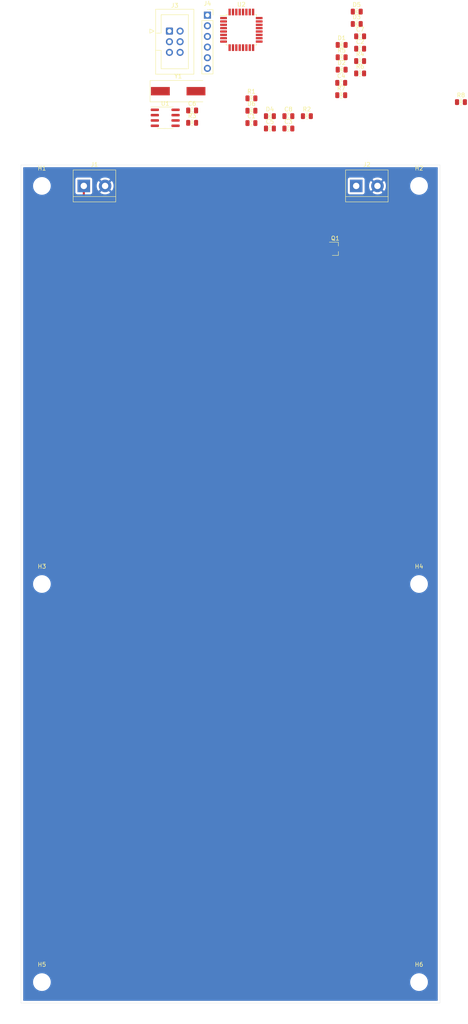
<source format=kicad_pcb>
(kicad_pcb (version 20171130) (host pcbnew "(5.1.6)-1")

  (general
    (thickness 1.6)
    (drawings 4)
    (tracks 86)
    (zones 0)
    (modules 36)
    (nets 43)
  )

  (page A4)
  (layers
    (0 F.Cu signal)
    (31 B.Cu signal)
    (32 B.Adhes user)
    (33 F.Adhes user)
    (34 B.Paste user)
    (35 F.Paste user)
    (36 B.SilkS user)
    (37 F.SilkS user)
    (38 B.Mask user)
    (39 F.Mask user)
    (40 Dwgs.User user)
    (41 Cmts.User user)
    (42 Eco1.User user)
    (43 Eco2.User user)
    (44 Edge.Cuts user)
    (45 Margin user)
    (46 B.CrtYd user)
    (47 F.CrtYd user)
    (48 B.Fab user)
    (49 F.Fab user)
  )

  (setup
    (last_trace_width 0.5)
    (user_trace_width 0.5)
    (trace_clearance 0.2)
    (zone_clearance 0.508)
    (zone_45_only no)
    (trace_min 0.2)
    (via_size 0.8)
    (via_drill 0.4)
    (via_min_size 0.4)
    (via_min_drill 0.3)
    (uvia_size 0.3)
    (uvia_drill 0.1)
    (uvias_allowed no)
    (uvia_min_size 0.2)
    (uvia_min_drill 0.1)
    (edge_width 0.05)
    (segment_width 0.2)
    (pcb_text_width 0.3)
    (pcb_text_size 1.5 1.5)
    (mod_edge_width 0.12)
    (mod_text_size 1 1)
    (mod_text_width 0.15)
    (pad_size 1.524 1.524)
    (pad_drill 0.762)
    (pad_to_mask_clearance 0.05)
    (aux_axis_origin 100 100)
    (grid_origin 100 100)
    (visible_elements FFFFFF7F)
    (pcbplotparams
      (layerselection 0x010fc_ffffffff)
      (usegerberextensions false)
      (usegerberattributes true)
      (usegerberadvancedattributes true)
      (creategerberjobfile true)
      (excludeedgelayer true)
      (linewidth 0.100000)
      (plotframeref false)
      (viasonmask false)
      (mode 1)
      (useauxorigin false)
      (hpglpennumber 1)
      (hpglpenspeed 20)
      (hpglpendiameter 15.000000)
      (psnegative false)
      (psa4output false)
      (plotreference true)
      (plotvalue true)
      (plotinvisibletext false)
      (padsonsilk false)
      (subtractmaskfromsilk false)
      (outputformat 1)
      (mirror false)
      (drillshape 1)
      (scaleselection 1)
      (outputdirectory ""))
  )

  (net 0 "")
  (net 1 GND)
  (net 2 +5V)
  (net 3 /XTAL1)
  (net 4 /XTAL2)
  (net 5 /AREF)
  (net 6 /RESET)
  (net 7 /DTR)
  (net 8 "Net-(D1-Pad2)")
  (net 9 "Net-(D2-Pad2)")
  (net 10 "Net-(D3-Pad2)")
  (net 11 "Net-(D4-Pad2)")
  (net 12 "Net-(D5-Pad2)")
  (net 13 "Net-(D6-Pad2)")
  (net 14 /MOSI)
  (net 15 /SCK)
  (net 16 /MISO)
  (net 17 /RX1)
  (net 18 /TX0)
  (net 19 /D2)
  (net 20 /D3)
  (net 21 /D4)
  (net 22 /D5)
  (net 23 /D6)
  (net 24 /D7)
  (net 25 "Net-(U1-Pad8)")
  (net 26 "Net-(U1-Pad7)")
  (net 27 "Net-(U1-Pad6)")
  (net 28 "Net-(U1-Pad4)")
  (net 29 "Net-(U1-Pad2)")
  (net 30 "Net-(U1-Pad1)")
  (net 31 /A5)
  (net 32 /A4)
  (net 33 /A3)
  (net 34 /A2)
  (net 35 /A1)
  (net 36 /A0)
  (net 37 /A7)
  (net 38 /A6)
  (net 39 /D10)
  (net 40 /D9)
  (net 41 /D8)
  (net 42 VDC)

  (net_class Default "This is the default net class."
    (clearance 0.2)
    (trace_width 0.25)
    (via_dia 0.8)
    (via_drill 0.4)
    (uvia_dia 0.3)
    (uvia_drill 0.1)
    (add_net +5V)
    (add_net /A0)
    (add_net /A1)
    (add_net /A2)
    (add_net /A3)
    (add_net /A4)
    (add_net /A5)
    (add_net /A6)
    (add_net /A7)
    (add_net /AREF)
    (add_net /D10)
    (add_net /D2)
    (add_net /D3)
    (add_net /D4)
    (add_net /D5)
    (add_net /D6)
    (add_net /D7)
    (add_net /D8)
    (add_net /D9)
    (add_net /DTR)
    (add_net /MISO)
    (add_net /MOSI)
    (add_net /RESET)
    (add_net /RX1)
    (add_net /SCK)
    (add_net /TX0)
    (add_net /XTAL1)
    (add_net /XTAL2)
    (add_net GND)
    (add_net "Net-(D1-Pad2)")
    (add_net "Net-(D2-Pad2)")
    (add_net "Net-(D3-Pad2)")
    (add_net "Net-(D4-Pad2)")
    (add_net "Net-(D5-Pad2)")
    (add_net "Net-(D6-Pad2)")
    (add_net "Net-(U1-Pad1)")
    (add_net "Net-(U1-Pad2)")
    (add_net "Net-(U1-Pad4)")
    (add_net "Net-(U1-Pad6)")
    (add_net "Net-(U1-Pad7)")
    (add_net "Net-(U1-Pad8)")
    (add_net VDC)
  )

  (module suku_basics:RES_0805 (layer F.Cu) (tedit 5D4FF020) (tstamp 5FB58A02)
    (at 155 -15)
    (descr "Resistor SMD 0805 (2012 Metric), square (rectangular) end terminal, IPC_7351 nominal, (Body size source: https://docs.google.com/spreadsheets/d/1BsfQQcO9C6DZCsRaXUlFlo91Tg2WpOkGARC1WS5S8t0/edit?usp=sharing), generated with kicad-footprint-generator")
    (tags resistor)
    (path /5FC02990)
    (attr smd)
    (fp_text reference R8 (at 0 -1.65) (layer F.SilkS)
      (effects (font (size 1 1) (thickness 0.15)))
    )
    (fp_text value 10k (at 0 1.65) (layer F.Fab)
      (effects (font (size 1 1) (thickness 0.15)))
    )
    (fp_arc (start 0.0254 -0.2032) (end 0.0254 0) (angle -180) (layer F.SilkS) (width 0.12))
    (fp_text user %R (at 0 0) (layer F.Fab)
      (effects (font (size 0.5 0.5) (thickness 0.08)))
    )
    (fp_line (start -1 0.6) (end -1 -0.6) (layer F.Fab) (width 0.1))
    (fp_line (start -1 -0.6) (end 1 -0.6) (layer F.Fab) (width 0.1))
    (fp_line (start 1 -0.6) (end 1 0.6) (layer F.Fab) (width 0.1))
    (fp_line (start 1 0.6) (end -1 0.6) (layer F.Fab) (width 0.1))
    (fp_line (start -0.258578 -0.71) (end 0.258578 -0.71) (layer F.SilkS) (width 0.12))
    (fp_line (start -0.258578 0.71) (end 0.258578 0.71) (layer F.SilkS) (width 0.12))
    (fp_line (start -1.68 0.95) (end -1.68 -0.95) (layer F.CrtYd) (width 0.05))
    (fp_line (start -1.68 -0.95) (end 1.68 -0.95) (layer F.CrtYd) (width 0.05))
    (fp_line (start 1.68 -0.95) (end 1.68 0.95) (layer F.CrtYd) (width 0.05))
    (fp_line (start 1.68 0.95) (end -1.68 0.95) (layer F.CrtYd) (width 0.05))
    (fp_line (start -0.2032 0.3302) (end -0.2032 -0.4064) (layer F.SilkS) (width 0.12))
    (fp_line (start -0.2032 -0.4064) (end 0.0762 -0.4064) (layer F.SilkS) (width 0.12))
    (fp_line (start -0.2032 0) (end 0.0254 0) (layer F.SilkS) (width 0.12))
    (fp_line (start 0.2286 0.3302) (end 0 0) (layer F.SilkS) (width 0.12))
    (pad 2 smd roundrect (at 0.9375 0) (size 0.975 1.4) (layers F.Cu F.Paste F.Mask) (roundrect_rratio 0.25)
      (net 1 GND))
    (pad 1 smd roundrect (at -0.9375 0) (size 0.975 1.4) (layers F.Cu F.Paste F.Mask) (roundrect_rratio 0.25)
      (net 40 /D9))
    (model ${KISYS3DMOD}/Resistor_SMD.3dshapes/R_0805_2012Metric.wrl
      (at (xyz 0 0 0))
      (scale (xyz 1 1 1))
      (rotate (xyz 0 0 0))
    )
  )

  (module Package_TO_SOT_SMD:SOT-23 (layer F.Cu) (tedit 5A02FF57) (tstamp 5FB588C6)
    (at 125 20)
    (descr "SOT-23, Standard")
    (tags SOT-23)
    (path /5FBF2AC6)
    (attr smd)
    (fp_text reference Q1 (at 0 -2.5) (layer F.SilkS)
      (effects (font (size 1 1) (thickness 0.15)))
    )
    (fp_text value DMN2041L (at 0 2.5) (layer F.Fab)
      (effects (font (size 1 1) (thickness 0.15)))
    )
    (fp_text user %R (at 0 0 90) (layer F.Fab)
      (effects (font (size 0.5 0.5) (thickness 0.075)))
    )
    (fp_line (start -0.7 -0.95) (end -0.7 1.5) (layer F.Fab) (width 0.1))
    (fp_line (start -0.15 -1.52) (end 0.7 -1.52) (layer F.Fab) (width 0.1))
    (fp_line (start -0.7 -0.95) (end -0.15 -1.52) (layer F.Fab) (width 0.1))
    (fp_line (start 0.7 -1.52) (end 0.7 1.52) (layer F.Fab) (width 0.1))
    (fp_line (start -0.7 1.52) (end 0.7 1.52) (layer F.Fab) (width 0.1))
    (fp_line (start 0.76 1.58) (end 0.76 0.65) (layer F.SilkS) (width 0.12))
    (fp_line (start 0.76 -1.58) (end 0.76 -0.65) (layer F.SilkS) (width 0.12))
    (fp_line (start -1.7 -1.75) (end 1.7 -1.75) (layer F.CrtYd) (width 0.05))
    (fp_line (start 1.7 -1.75) (end 1.7 1.75) (layer F.CrtYd) (width 0.05))
    (fp_line (start 1.7 1.75) (end -1.7 1.75) (layer F.CrtYd) (width 0.05))
    (fp_line (start -1.7 1.75) (end -1.7 -1.75) (layer F.CrtYd) (width 0.05))
    (fp_line (start 0.76 -1.58) (end -1.4 -1.58) (layer F.SilkS) (width 0.12))
    (fp_line (start 0.76 1.58) (end -0.7 1.58) (layer F.SilkS) (width 0.12))
    (pad 3 smd rect (at 1 0) (size 0.9 0.8) (layers F.Cu F.Paste F.Mask)
      (net 42 VDC))
    (pad 2 smd rect (at -1 0.95) (size 0.9 0.8) (layers F.Cu F.Paste F.Mask)
      (net 1 GND))
    (pad 1 smd rect (at -1 -0.95) (size 0.9 0.8) (layers F.Cu F.Paste F.Mask)
      (net 40 /D9))
    (model ${KISYS3DMOD}/Package_TO_SOT_SMD.3dshapes/SOT-23.wrl
      (at (xyz 0 0 0))
      (scale (xyz 1 1 1))
      (rotate (xyz 0 0 0))
    )
  )

  (module Crystal:Crystal_SMD_HC49-SD (layer F.Cu) (tedit 5A1AD52C) (tstamp 5FB563B5)
    (at 87.52 -17.61)
    (descr "SMD Crystal HC-49-SD http://cdn-reichelt.de/documents/datenblatt/B400/xxx-HC49-SMD.pdf, 11.4x4.7mm^2 package")
    (tags "SMD SMT crystal")
    (path /5FB63B12)
    (attr smd)
    (fp_text reference Y1 (at 0 -3.55) (layer F.SilkS)
      (effects (font (size 1 1) (thickness 0.15)))
    )
    (fp_text value XTAL (at 0 3.55) (layer F.Fab)
      (effects (font (size 1 1) (thickness 0.15)))
    )
    (fp_arc (start 3.015 0) (end 3.015 -2.115) (angle 180) (layer F.Fab) (width 0.1))
    (fp_arc (start -3.015 0) (end -3.015 -2.115) (angle -180) (layer F.Fab) (width 0.1))
    (fp_text user %R (at 0 0) (layer F.Fab)
      (effects (font (size 1 1) (thickness 0.15)))
    )
    (fp_line (start -5.7 -2.35) (end -5.7 2.35) (layer F.Fab) (width 0.1))
    (fp_line (start -5.7 2.35) (end 5.7 2.35) (layer F.Fab) (width 0.1))
    (fp_line (start 5.7 2.35) (end 5.7 -2.35) (layer F.Fab) (width 0.1))
    (fp_line (start 5.7 -2.35) (end -5.7 -2.35) (layer F.Fab) (width 0.1))
    (fp_line (start -3.015 -2.115) (end 3.015 -2.115) (layer F.Fab) (width 0.1))
    (fp_line (start -3.015 2.115) (end 3.015 2.115) (layer F.Fab) (width 0.1))
    (fp_line (start 5.9 -2.55) (end -6.7 -2.55) (layer F.SilkS) (width 0.12))
    (fp_line (start -6.7 -2.55) (end -6.7 2.55) (layer F.SilkS) (width 0.12))
    (fp_line (start -6.7 2.55) (end 5.9 2.55) (layer F.SilkS) (width 0.12))
    (fp_line (start -6.8 -2.6) (end -6.8 2.6) (layer F.CrtYd) (width 0.05))
    (fp_line (start -6.8 2.6) (end 6.8 2.6) (layer F.CrtYd) (width 0.05))
    (fp_line (start 6.8 2.6) (end 6.8 -2.6) (layer F.CrtYd) (width 0.05))
    (fp_line (start 6.8 -2.6) (end -6.8 -2.6) (layer F.CrtYd) (width 0.05))
    (pad 2 smd rect (at 4.25 0) (size 4.5 2) (layers F.Cu F.Paste F.Mask)
      (net 4 /XTAL2))
    (pad 1 smd rect (at -4.25 0) (size 4.5 2) (layers F.Cu F.Paste F.Mask)
      (net 3 /XTAL1))
    (model ${KISYS3DMOD}/Crystal.3dshapes/Crystal_SMD_HC49-SD.wrl
      (at (xyz 0 0 0))
      (scale (xyz 1 1 1))
      (rotate (xyz 0 0 0))
    )
  )

  (module Package_QFP:TQFP-32_7x7mm_P0.8mm (layer F.Cu) (tedit 5A02F146) (tstamp 5FB5639F)
    (at 102.6 -32.25)
    (descr "32-Lead Plastic Thin Quad Flatpack (PT) - 7x7x1.0 mm Body, 2.00 mm [TQFP] (see Microchip Packaging Specification 00000049BS.pdf)")
    (tags "QFP 0.8")
    (path /5FB5C1BF)
    (attr smd)
    (fp_text reference U2 (at 0 -6.05) (layer F.SilkS)
      (effects (font (size 1 1) (thickness 0.15)))
    )
    (fp_text value ATmega328P-AU (at 0 6.05) (layer F.Fab)
      (effects (font (size 1 1) (thickness 0.15)))
    )
    (fp_text user %R (at 0 0) (layer F.Fab)
      (effects (font (size 1 1) (thickness 0.15)))
    )
    (fp_line (start -2.5 -3.5) (end 3.5 -3.5) (layer F.Fab) (width 0.15))
    (fp_line (start 3.5 -3.5) (end 3.5 3.5) (layer F.Fab) (width 0.15))
    (fp_line (start 3.5 3.5) (end -3.5 3.5) (layer F.Fab) (width 0.15))
    (fp_line (start -3.5 3.5) (end -3.5 -2.5) (layer F.Fab) (width 0.15))
    (fp_line (start -3.5 -2.5) (end -2.5 -3.5) (layer F.Fab) (width 0.15))
    (fp_line (start -5.3 -5.3) (end -5.3 5.3) (layer F.CrtYd) (width 0.05))
    (fp_line (start 5.3 -5.3) (end 5.3 5.3) (layer F.CrtYd) (width 0.05))
    (fp_line (start -5.3 -5.3) (end 5.3 -5.3) (layer F.CrtYd) (width 0.05))
    (fp_line (start -5.3 5.3) (end 5.3 5.3) (layer F.CrtYd) (width 0.05))
    (fp_line (start -3.625 -3.625) (end -3.625 -3.4) (layer F.SilkS) (width 0.15))
    (fp_line (start 3.625 -3.625) (end 3.625 -3.3) (layer F.SilkS) (width 0.15))
    (fp_line (start 3.625 3.625) (end 3.625 3.3) (layer F.SilkS) (width 0.15))
    (fp_line (start -3.625 3.625) (end -3.625 3.3) (layer F.SilkS) (width 0.15))
    (fp_line (start -3.625 -3.625) (end -3.3 -3.625) (layer F.SilkS) (width 0.15))
    (fp_line (start -3.625 3.625) (end -3.3 3.625) (layer F.SilkS) (width 0.15))
    (fp_line (start 3.625 3.625) (end 3.3 3.625) (layer F.SilkS) (width 0.15))
    (fp_line (start 3.625 -3.625) (end 3.3 -3.625) (layer F.SilkS) (width 0.15))
    (fp_line (start -3.625 -3.4) (end -5.05 -3.4) (layer F.SilkS) (width 0.15))
    (pad 32 smd rect (at -2.8 -4.25 90) (size 1.6 0.55) (layers F.Cu F.Paste F.Mask)
      (net 19 /D2))
    (pad 31 smd rect (at -2 -4.25 90) (size 1.6 0.55) (layers F.Cu F.Paste F.Mask)
      (net 17 /RX1))
    (pad 30 smd rect (at -1.2 -4.25 90) (size 1.6 0.55) (layers F.Cu F.Paste F.Mask)
      (net 18 /TX0))
    (pad 29 smd rect (at -0.4 -4.25 90) (size 1.6 0.55) (layers F.Cu F.Paste F.Mask)
      (net 6 /RESET))
    (pad 28 smd rect (at 0.4 -4.25 90) (size 1.6 0.55) (layers F.Cu F.Paste F.Mask)
      (net 31 /A5))
    (pad 27 smd rect (at 1.2 -4.25 90) (size 1.6 0.55) (layers F.Cu F.Paste F.Mask)
      (net 32 /A4))
    (pad 26 smd rect (at 2 -4.25 90) (size 1.6 0.55) (layers F.Cu F.Paste F.Mask)
      (net 33 /A3))
    (pad 25 smd rect (at 2.8 -4.25 90) (size 1.6 0.55) (layers F.Cu F.Paste F.Mask)
      (net 34 /A2))
    (pad 24 smd rect (at 4.25 -2.8) (size 1.6 0.55) (layers F.Cu F.Paste F.Mask)
      (net 35 /A1))
    (pad 23 smd rect (at 4.25 -2) (size 1.6 0.55) (layers F.Cu F.Paste F.Mask)
      (net 36 /A0))
    (pad 22 smd rect (at 4.25 -1.2) (size 1.6 0.55) (layers F.Cu F.Paste F.Mask)
      (net 37 /A7))
    (pad 21 smd rect (at 4.25 -0.4) (size 1.6 0.55) (layers F.Cu F.Paste F.Mask)
      (net 1 GND))
    (pad 20 smd rect (at 4.25 0.4) (size 1.6 0.55) (layers F.Cu F.Paste F.Mask)
      (net 5 /AREF))
    (pad 19 smd rect (at 4.25 1.2) (size 1.6 0.55) (layers F.Cu F.Paste F.Mask)
      (net 38 /A6))
    (pad 18 smd rect (at 4.25 2) (size 1.6 0.55) (layers F.Cu F.Paste F.Mask)
      (net 2 +5V))
    (pad 17 smd rect (at 4.25 2.8) (size 1.6 0.55) (layers F.Cu F.Paste F.Mask)
      (net 15 /SCK))
    (pad 16 smd rect (at 2.8 4.25 90) (size 1.6 0.55) (layers F.Cu F.Paste F.Mask)
      (net 16 /MISO))
    (pad 15 smd rect (at 2 4.25 90) (size 1.6 0.55) (layers F.Cu F.Paste F.Mask)
      (net 14 /MOSI))
    (pad 14 smd rect (at 1.2 4.25 90) (size 1.6 0.55) (layers F.Cu F.Paste F.Mask)
      (net 39 /D10))
    (pad 13 smd rect (at 0.4 4.25 90) (size 1.6 0.55) (layers F.Cu F.Paste F.Mask)
      (net 40 /D9))
    (pad 12 smd rect (at -0.4 4.25 90) (size 1.6 0.55) (layers F.Cu F.Paste F.Mask)
      (net 41 /D8))
    (pad 11 smd rect (at -1.2 4.25 90) (size 1.6 0.55) (layers F.Cu F.Paste F.Mask)
      (net 24 /D7))
    (pad 10 smd rect (at -2 4.25 90) (size 1.6 0.55) (layers F.Cu F.Paste F.Mask)
      (net 23 /D6))
    (pad 9 smd rect (at -2.8 4.25 90) (size 1.6 0.55) (layers F.Cu F.Paste F.Mask)
      (net 22 /D5))
    (pad 8 smd rect (at -4.25 2.8) (size 1.6 0.55) (layers F.Cu F.Paste F.Mask)
      (net 4 /XTAL2))
    (pad 7 smd rect (at -4.25 2) (size 1.6 0.55) (layers F.Cu F.Paste F.Mask)
      (net 3 /XTAL1))
    (pad 6 smd rect (at -4.25 1.2) (size 1.6 0.55) (layers F.Cu F.Paste F.Mask)
      (net 2 +5V))
    (pad 5 smd rect (at -4.25 0.4) (size 1.6 0.55) (layers F.Cu F.Paste F.Mask)
      (net 1 GND))
    (pad 4 smd rect (at -4.25 -0.4) (size 1.6 0.55) (layers F.Cu F.Paste F.Mask)
      (net 2 +5V))
    (pad 3 smd rect (at -4.25 -1.2) (size 1.6 0.55) (layers F.Cu F.Paste F.Mask)
      (net 1 GND))
    (pad 2 smd rect (at -4.25 -2) (size 1.6 0.55) (layers F.Cu F.Paste F.Mask)
      (net 21 /D4))
    (pad 1 smd rect (at -4.25 -2.8) (size 1.6 0.55) (layers F.Cu F.Paste F.Mask)
      (net 20 /D3))
    (model ${KISYS3DMOD}/Package_QFP.3dshapes/TQFP-32_7x7mm_P0.8mm.wrl
      (at (xyz 0 0 0))
      (scale (xyz 1 1 1))
      (rotate (xyz 0 0 0))
    )
  )

  (module Package_SO:SOIC-8_3.9x4.9mm_P1.27mm (layer F.Cu) (tedit 5D9F72B1) (tstamp 5FB56368)
    (at 84.42 -11.26)
    (descr "SOIC, 8 Pin (JEDEC MS-012AA, https://www.analog.com/media/en/package-pcb-resources/package/pkg_pdf/soic_narrow-r/r_8.pdf), generated with kicad-footprint-generator ipc_gullwing_generator.py")
    (tags "SOIC SO")
    (path /5FB593A0)
    (attr smd)
    (fp_text reference U1 (at 0 -3.4) (layer F.SilkS)
      (effects (font (size 1 1) (thickness 0.15)))
    )
    (fp_text value DS18B20Z (at 0 3.4) (layer F.Fab)
      (effects (font (size 1 1) (thickness 0.15)))
    )
    (fp_text user %R (at 0 0) (layer F.Fab)
      (effects (font (size 0.98 0.98) (thickness 0.15)))
    )
    (fp_line (start 0 2.56) (end 1.95 2.56) (layer F.SilkS) (width 0.12))
    (fp_line (start 0 2.56) (end -1.95 2.56) (layer F.SilkS) (width 0.12))
    (fp_line (start 0 -2.56) (end 1.95 -2.56) (layer F.SilkS) (width 0.12))
    (fp_line (start 0 -2.56) (end -3.45 -2.56) (layer F.SilkS) (width 0.12))
    (fp_line (start -0.975 -2.45) (end 1.95 -2.45) (layer F.Fab) (width 0.1))
    (fp_line (start 1.95 -2.45) (end 1.95 2.45) (layer F.Fab) (width 0.1))
    (fp_line (start 1.95 2.45) (end -1.95 2.45) (layer F.Fab) (width 0.1))
    (fp_line (start -1.95 2.45) (end -1.95 -1.475) (layer F.Fab) (width 0.1))
    (fp_line (start -1.95 -1.475) (end -0.975 -2.45) (layer F.Fab) (width 0.1))
    (fp_line (start -3.7 -2.7) (end -3.7 2.7) (layer F.CrtYd) (width 0.05))
    (fp_line (start -3.7 2.7) (end 3.7 2.7) (layer F.CrtYd) (width 0.05))
    (fp_line (start 3.7 2.7) (end 3.7 -2.7) (layer F.CrtYd) (width 0.05))
    (fp_line (start 3.7 -2.7) (end -3.7 -2.7) (layer F.CrtYd) (width 0.05))
    (pad 8 smd roundrect (at 2.475 -1.905) (size 1.95 0.6) (layers F.Cu F.Paste F.Mask) (roundrect_rratio 0.25)
      (net 25 "Net-(U1-Pad8)"))
    (pad 7 smd roundrect (at 2.475 -0.635) (size 1.95 0.6) (layers F.Cu F.Paste F.Mask) (roundrect_rratio 0.25)
      (net 26 "Net-(U1-Pad7)"))
    (pad 6 smd roundrect (at 2.475 0.635) (size 1.95 0.6) (layers F.Cu F.Paste F.Mask) (roundrect_rratio 0.25)
      (net 27 "Net-(U1-Pad6)"))
    (pad 5 smd roundrect (at 2.475 1.905) (size 1.95 0.6) (layers F.Cu F.Paste F.Mask) (roundrect_rratio 0.25)
      (net 1 GND))
    (pad 4 smd roundrect (at -2.475 1.905) (size 1.95 0.6) (layers F.Cu F.Paste F.Mask) (roundrect_rratio 0.25)
      (net 28 "Net-(U1-Pad4)"))
    (pad 3 smd roundrect (at -2.475 0.635) (size 1.95 0.6) (layers F.Cu F.Paste F.Mask) (roundrect_rratio 0.25)
      (net 2 +5V))
    (pad 2 smd roundrect (at -2.475 -0.635) (size 1.95 0.6) (layers F.Cu F.Paste F.Mask) (roundrect_rratio 0.25)
      (net 29 "Net-(U1-Pad2)"))
    (pad 1 smd roundrect (at -2.475 -1.905) (size 1.95 0.6) (layers F.Cu F.Paste F.Mask) (roundrect_rratio 0.25)
      (net 30 "Net-(U1-Pad1)"))
    (model ${KISYS3DMOD}/Package_SO.3dshapes/SOIC-8_3.9x4.9mm_P1.27mm.wrl
      (at (xyz 0 0 0))
      (scale (xyz 1 1 1))
      (rotate (xyz 0 0 0))
    )
  )

  (module suku_basics:RES_0805 (layer F.Cu) (tedit 5D4FF020) (tstamp 5FB5634E)
    (at 126.43 -16.65)
    (descr "Resistor SMD 0805 (2012 Metric), square (rectangular) end terminal, IPC_7351 nominal, (Body size source: https://docs.google.com/spreadsheets/d/1BsfQQcO9C6DZCsRaXUlFlo91Tg2WpOkGARC1WS5S8t0/edit?usp=sharing), generated with kicad-footprint-generator")
    (tags resistor)
    (path /5FBC054D)
    (attr smd)
    (fp_text reference R7 (at 0 -1.65) (layer F.SilkS)
      (effects (font (size 1 1) (thickness 0.15)))
    )
    (fp_text value 5k1 (at 0 1.65) (layer F.Fab)
      (effects (font (size 1 1) (thickness 0.15)))
    )
    (fp_arc (start 0.0254 -0.2032) (end 0.0254 0) (angle -180) (layer F.SilkS) (width 0.12))
    (fp_text user %R (at 0 0) (layer F.Fab)
      (effects (font (size 0.5 0.5) (thickness 0.08)))
    )
    (fp_line (start -1 0.6) (end -1 -0.6) (layer F.Fab) (width 0.1))
    (fp_line (start -1 -0.6) (end 1 -0.6) (layer F.Fab) (width 0.1))
    (fp_line (start 1 -0.6) (end 1 0.6) (layer F.Fab) (width 0.1))
    (fp_line (start 1 0.6) (end -1 0.6) (layer F.Fab) (width 0.1))
    (fp_line (start -0.258578 -0.71) (end 0.258578 -0.71) (layer F.SilkS) (width 0.12))
    (fp_line (start -0.258578 0.71) (end 0.258578 0.71) (layer F.SilkS) (width 0.12))
    (fp_line (start -1.68 0.95) (end -1.68 -0.95) (layer F.CrtYd) (width 0.05))
    (fp_line (start -1.68 -0.95) (end 1.68 -0.95) (layer F.CrtYd) (width 0.05))
    (fp_line (start 1.68 -0.95) (end 1.68 0.95) (layer F.CrtYd) (width 0.05))
    (fp_line (start 1.68 0.95) (end -1.68 0.95) (layer F.CrtYd) (width 0.05))
    (fp_line (start -0.2032 0.3302) (end -0.2032 -0.4064) (layer F.SilkS) (width 0.12))
    (fp_line (start -0.2032 -0.4064) (end 0.0762 -0.4064) (layer F.SilkS) (width 0.12))
    (fp_line (start -0.2032 0) (end 0.0254 0) (layer F.SilkS) (width 0.12))
    (fp_line (start 0.2286 0.3302) (end 0 0) (layer F.SilkS) (width 0.12))
    (pad 2 smd roundrect (at 0.9375 0) (size 0.975 1.4) (layers F.Cu F.Paste F.Mask) (roundrect_rratio 0.25)
      (net 13 "Net-(D6-Pad2)"))
    (pad 1 smd roundrect (at -0.9375 0) (size 0.975 1.4) (layers F.Cu F.Paste F.Mask) (roundrect_rratio 0.25)
      (net 24 /D7))
    (model ${KISYS3DMOD}/Resistor_SMD.3dshapes/R_0805_2012Metric.wrl
      (at (xyz 0 0 0))
      (scale (xyz 1 1 1))
      (rotate (xyz 0 0 0))
    )
  )

  (module suku_basics:RES_0805 (layer F.Cu) (tedit 5D4FF020) (tstamp 5FB56338)
    (at 130.94 -21.85)
    (descr "Resistor SMD 0805 (2012 Metric), square (rectangular) end terminal, IPC_7351 nominal, (Body size source: https://docs.google.com/spreadsheets/d/1BsfQQcO9C6DZCsRaXUlFlo91Tg2WpOkGARC1WS5S8t0/edit?usp=sharing), generated with kicad-footprint-generator")
    (tags resistor)
    (path /5FBC0538)
    (attr smd)
    (fp_text reference R6 (at 0 -1.65) (layer F.SilkS)
      (effects (font (size 1 1) (thickness 0.15)))
    )
    (fp_text value 5k1 (at 0 1.65) (layer F.Fab)
      (effects (font (size 1 1) (thickness 0.15)))
    )
    (fp_arc (start 0.0254 -0.2032) (end 0.0254 0) (angle -180) (layer F.SilkS) (width 0.12))
    (fp_text user %R (at 0 0) (layer F.Fab)
      (effects (font (size 0.5 0.5) (thickness 0.08)))
    )
    (fp_line (start -1 0.6) (end -1 -0.6) (layer F.Fab) (width 0.1))
    (fp_line (start -1 -0.6) (end 1 -0.6) (layer F.Fab) (width 0.1))
    (fp_line (start 1 -0.6) (end 1 0.6) (layer F.Fab) (width 0.1))
    (fp_line (start 1 0.6) (end -1 0.6) (layer F.Fab) (width 0.1))
    (fp_line (start -0.258578 -0.71) (end 0.258578 -0.71) (layer F.SilkS) (width 0.12))
    (fp_line (start -0.258578 0.71) (end 0.258578 0.71) (layer F.SilkS) (width 0.12))
    (fp_line (start -1.68 0.95) (end -1.68 -0.95) (layer F.CrtYd) (width 0.05))
    (fp_line (start -1.68 -0.95) (end 1.68 -0.95) (layer F.CrtYd) (width 0.05))
    (fp_line (start 1.68 -0.95) (end 1.68 0.95) (layer F.CrtYd) (width 0.05))
    (fp_line (start 1.68 0.95) (end -1.68 0.95) (layer F.CrtYd) (width 0.05))
    (fp_line (start -0.2032 0.3302) (end -0.2032 -0.4064) (layer F.SilkS) (width 0.12))
    (fp_line (start -0.2032 -0.4064) (end 0.0762 -0.4064) (layer F.SilkS) (width 0.12))
    (fp_line (start -0.2032 0) (end 0.0254 0) (layer F.SilkS) (width 0.12))
    (fp_line (start 0.2286 0.3302) (end 0 0) (layer F.SilkS) (width 0.12))
    (pad 2 smd roundrect (at 0.9375 0) (size 0.975 1.4) (layers F.Cu F.Paste F.Mask) (roundrect_rratio 0.25)
      (net 12 "Net-(D5-Pad2)"))
    (pad 1 smd roundrect (at -0.9375 0) (size 0.975 1.4) (layers F.Cu F.Paste F.Mask) (roundrect_rratio 0.25)
      (net 23 /D6))
    (model ${KISYS3DMOD}/Resistor_SMD.3dshapes/R_0805_2012Metric.wrl
      (at (xyz 0 0 0))
      (scale (xyz 1 1 1))
      (rotate (xyz 0 0 0))
    )
  )

  (module suku_basics:RES_0805 (layer F.Cu) (tedit 5D4FF020) (tstamp 5FB56322)
    (at 126.53 -25.7)
    (descr "Resistor SMD 0805 (2012 Metric), square (rectangular) end terminal, IPC_7351 nominal, (Body size source: https://docs.google.com/spreadsheets/d/1BsfQQcO9C6DZCsRaXUlFlo91Tg2WpOkGARC1WS5S8t0/edit?usp=sharing), generated with kicad-footprint-generator")
    (tags resistor)
    (path /5FBC0523)
    (attr smd)
    (fp_text reference R5 (at 0 -1.65) (layer F.SilkS)
      (effects (font (size 1 1) (thickness 0.15)))
    )
    (fp_text value 5k1 (at 0 1.65) (layer F.Fab)
      (effects (font (size 1 1) (thickness 0.15)))
    )
    (fp_arc (start 0.0254 -0.2032) (end 0.0254 0) (angle -180) (layer F.SilkS) (width 0.12))
    (fp_text user %R (at 0 0) (layer F.Fab)
      (effects (font (size 0.5 0.5) (thickness 0.08)))
    )
    (fp_line (start -1 0.6) (end -1 -0.6) (layer F.Fab) (width 0.1))
    (fp_line (start -1 -0.6) (end 1 -0.6) (layer F.Fab) (width 0.1))
    (fp_line (start 1 -0.6) (end 1 0.6) (layer F.Fab) (width 0.1))
    (fp_line (start 1 0.6) (end -1 0.6) (layer F.Fab) (width 0.1))
    (fp_line (start -0.258578 -0.71) (end 0.258578 -0.71) (layer F.SilkS) (width 0.12))
    (fp_line (start -0.258578 0.71) (end 0.258578 0.71) (layer F.SilkS) (width 0.12))
    (fp_line (start -1.68 0.95) (end -1.68 -0.95) (layer F.CrtYd) (width 0.05))
    (fp_line (start -1.68 -0.95) (end 1.68 -0.95) (layer F.CrtYd) (width 0.05))
    (fp_line (start 1.68 -0.95) (end 1.68 0.95) (layer F.CrtYd) (width 0.05))
    (fp_line (start 1.68 0.95) (end -1.68 0.95) (layer F.CrtYd) (width 0.05))
    (fp_line (start -0.2032 0.3302) (end -0.2032 -0.4064) (layer F.SilkS) (width 0.12))
    (fp_line (start -0.2032 -0.4064) (end 0.0762 -0.4064) (layer F.SilkS) (width 0.12))
    (fp_line (start -0.2032 0) (end 0.0254 0) (layer F.SilkS) (width 0.12))
    (fp_line (start 0.2286 0.3302) (end 0 0) (layer F.SilkS) (width 0.12))
    (pad 2 smd roundrect (at 0.9375 0) (size 0.975 1.4) (layers F.Cu F.Paste F.Mask) (roundrect_rratio 0.25)
      (net 11 "Net-(D4-Pad2)"))
    (pad 1 smd roundrect (at -0.9375 0) (size 0.975 1.4) (layers F.Cu F.Paste F.Mask) (roundrect_rratio 0.25)
      (net 22 /D5))
    (model ${KISYS3DMOD}/Resistor_SMD.3dshapes/R_0805_2012Metric.wrl
      (at (xyz 0 0 0))
      (scale (xyz 1 1 1))
      (rotate (xyz 0 0 0))
    )
  )

  (module suku_basics:RES_0805 (layer F.Cu) (tedit 5D4FF020) (tstamp 5FB5630C)
    (at 130.94 -24.8)
    (descr "Resistor SMD 0805 (2012 Metric), square (rectangular) end terminal, IPC_7351 nominal, (Body size source: https://docs.google.com/spreadsheets/d/1BsfQQcO9C6DZCsRaXUlFlo91Tg2WpOkGARC1WS5S8t0/edit?usp=sharing), generated with kicad-footprint-generator")
    (tags resistor)
    (path /5FBBC974)
    (attr smd)
    (fp_text reference R4 (at 0 -1.65) (layer F.SilkS)
      (effects (font (size 1 1) (thickness 0.15)))
    )
    (fp_text value 5k1 (at 0 1.65) (layer F.Fab)
      (effects (font (size 1 1) (thickness 0.15)))
    )
    (fp_arc (start 0.0254 -0.2032) (end 0.0254 0) (angle -180) (layer F.SilkS) (width 0.12))
    (fp_text user %R (at 0 0) (layer F.Fab)
      (effects (font (size 0.5 0.5) (thickness 0.08)))
    )
    (fp_line (start -1 0.6) (end -1 -0.6) (layer F.Fab) (width 0.1))
    (fp_line (start -1 -0.6) (end 1 -0.6) (layer F.Fab) (width 0.1))
    (fp_line (start 1 -0.6) (end 1 0.6) (layer F.Fab) (width 0.1))
    (fp_line (start 1 0.6) (end -1 0.6) (layer F.Fab) (width 0.1))
    (fp_line (start -0.258578 -0.71) (end 0.258578 -0.71) (layer F.SilkS) (width 0.12))
    (fp_line (start -0.258578 0.71) (end 0.258578 0.71) (layer F.SilkS) (width 0.12))
    (fp_line (start -1.68 0.95) (end -1.68 -0.95) (layer F.CrtYd) (width 0.05))
    (fp_line (start -1.68 -0.95) (end 1.68 -0.95) (layer F.CrtYd) (width 0.05))
    (fp_line (start 1.68 -0.95) (end 1.68 0.95) (layer F.CrtYd) (width 0.05))
    (fp_line (start 1.68 0.95) (end -1.68 0.95) (layer F.CrtYd) (width 0.05))
    (fp_line (start -0.2032 0.3302) (end -0.2032 -0.4064) (layer F.SilkS) (width 0.12))
    (fp_line (start -0.2032 -0.4064) (end 0.0762 -0.4064) (layer F.SilkS) (width 0.12))
    (fp_line (start -0.2032 0) (end 0.0254 0) (layer F.SilkS) (width 0.12))
    (fp_line (start 0.2286 0.3302) (end 0 0) (layer F.SilkS) (width 0.12))
    (pad 2 smd roundrect (at 0.9375 0) (size 0.975 1.4) (layers F.Cu F.Paste F.Mask) (roundrect_rratio 0.25)
      (net 10 "Net-(D3-Pad2)"))
    (pad 1 smd roundrect (at -0.9375 0) (size 0.975 1.4) (layers F.Cu F.Paste F.Mask) (roundrect_rratio 0.25)
      (net 21 /D4))
    (model ${KISYS3DMOD}/Resistor_SMD.3dshapes/R_0805_2012Metric.wrl
      (at (xyz 0 0 0))
      (scale (xyz 1 1 1))
      (rotate (xyz 0 0 0))
    )
  )

  (module suku_basics:RES_0805 (layer F.Cu) (tedit 5D4FF020) (tstamp 5FB562F6)
    (at 90.85 -10.06)
    (descr "Resistor SMD 0805 (2012 Metric), square (rectangular) end terminal, IPC_7351 nominal, (Body size source: https://docs.google.com/spreadsheets/d/1BsfQQcO9C6DZCsRaXUlFlo91Tg2WpOkGARC1WS5S8t0/edit?usp=sharing), generated with kicad-footprint-generator")
    (tags resistor)
    (path /5FBBA8D9)
    (attr smd)
    (fp_text reference R3 (at 0 -1.65) (layer F.SilkS)
      (effects (font (size 1 1) (thickness 0.15)))
    )
    (fp_text value 5k1 (at 0 1.65) (layer F.Fab)
      (effects (font (size 1 1) (thickness 0.15)))
    )
    (fp_arc (start 0.0254 -0.2032) (end 0.0254 0) (angle -180) (layer F.SilkS) (width 0.12))
    (fp_text user %R (at 0 0) (layer F.Fab)
      (effects (font (size 0.5 0.5) (thickness 0.08)))
    )
    (fp_line (start -1 0.6) (end -1 -0.6) (layer F.Fab) (width 0.1))
    (fp_line (start -1 -0.6) (end 1 -0.6) (layer F.Fab) (width 0.1))
    (fp_line (start 1 -0.6) (end 1 0.6) (layer F.Fab) (width 0.1))
    (fp_line (start 1 0.6) (end -1 0.6) (layer F.Fab) (width 0.1))
    (fp_line (start -0.258578 -0.71) (end 0.258578 -0.71) (layer F.SilkS) (width 0.12))
    (fp_line (start -0.258578 0.71) (end 0.258578 0.71) (layer F.SilkS) (width 0.12))
    (fp_line (start -1.68 0.95) (end -1.68 -0.95) (layer F.CrtYd) (width 0.05))
    (fp_line (start -1.68 -0.95) (end 1.68 -0.95) (layer F.CrtYd) (width 0.05))
    (fp_line (start 1.68 -0.95) (end 1.68 0.95) (layer F.CrtYd) (width 0.05))
    (fp_line (start 1.68 0.95) (end -1.68 0.95) (layer F.CrtYd) (width 0.05))
    (fp_line (start -0.2032 0.3302) (end -0.2032 -0.4064) (layer F.SilkS) (width 0.12))
    (fp_line (start -0.2032 -0.4064) (end 0.0762 -0.4064) (layer F.SilkS) (width 0.12))
    (fp_line (start -0.2032 0) (end 0.0254 0) (layer F.SilkS) (width 0.12))
    (fp_line (start 0.2286 0.3302) (end 0 0) (layer F.SilkS) (width 0.12))
    (pad 2 smd roundrect (at 0.9375 0) (size 0.975 1.4) (layers F.Cu F.Paste F.Mask) (roundrect_rratio 0.25)
      (net 9 "Net-(D2-Pad2)"))
    (pad 1 smd roundrect (at -0.9375 0) (size 0.975 1.4) (layers F.Cu F.Paste F.Mask) (roundrect_rratio 0.25)
      (net 20 /D3))
    (model ${KISYS3DMOD}/Resistor_SMD.3dshapes/R_0805_2012Metric.wrl
      (at (xyz 0 0 0))
      (scale (xyz 1 1 1))
      (rotate (xyz 0 0 0))
    )
  )

  (module suku_basics:RES_0805 (layer F.Cu) (tedit 5D4FF020) (tstamp 5FB562E0)
    (at 118.23 -11.65)
    (descr "Resistor SMD 0805 (2012 Metric), square (rectangular) end terminal, IPC_7351 nominal, (Body size source: https://docs.google.com/spreadsheets/d/1BsfQQcO9C6DZCsRaXUlFlo91Tg2WpOkGARC1WS5S8t0/edit?usp=sharing), generated with kicad-footprint-generator")
    (tags resistor)
    (path /5FBB07FD)
    (attr smd)
    (fp_text reference R2 (at 0 -1.65) (layer F.SilkS)
      (effects (font (size 1 1) (thickness 0.15)))
    )
    (fp_text value 5k1 (at 0 1.65) (layer F.Fab)
      (effects (font (size 1 1) (thickness 0.15)))
    )
    (fp_arc (start 0.0254 -0.2032) (end 0.0254 0) (angle -180) (layer F.SilkS) (width 0.12))
    (fp_text user %R (at 0 0) (layer F.Fab)
      (effects (font (size 0.5 0.5) (thickness 0.08)))
    )
    (fp_line (start -1 0.6) (end -1 -0.6) (layer F.Fab) (width 0.1))
    (fp_line (start -1 -0.6) (end 1 -0.6) (layer F.Fab) (width 0.1))
    (fp_line (start 1 -0.6) (end 1 0.6) (layer F.Fab) (width 0.1))
    (fp_line (start 1 0.6) (end -1 0.6) (layer F.Fab) (width 0.1))
    (fp_line (start -0.258578 -0.71) (end 0.258578 -0.71) (layer F.SilkS) (width 0.12))
    (fp_line (start -0.258578 0.71) (end 0.258578 0.71) (layer F.SilkS) (width 0.12))
    (fp_line (start -1.68 0.95) (end -1.68 -0.95) (layer F.CrtYd) (width 0.05))
    (fp_line (start -1.68 -0.95) (end 1.68 -0.95) (layer F.CrtYd) (width 0.05))
    (fp_line (start 1.68 -0.95) (end 1.68 0.95) (layer F.CrtYd) (width 0.05))
    (fp_line (start 1.68 0.95) (end -1.68 0.95) (layer F.CrtYd) (width 0.05))
    (fp_line (start -0.2032 0.3302) (end -0.2032 -0.4064) (layer F.SilkS) (width 0.12))
    (fp_line (start -0.2032 -0.4064) (end 0.0762 -0.4064) (layer F.SilkS) (width 0.12))
    (fp_line (start -0.2032 0) (end 0.0254 0) (layer F.SilkS) (width 0.12))
    (fp_line (start 0.2286 0.3302) (end 0 0) (layer F.SilkS) (width 0.12))
    (pad 2 smd roundrect (at 0.9375 0) (size 0.975 1.4) (layers F.Cu F.Paste F.Mask) (roundrect_rratio 0.25)
      (net 8 "Net-(D1-Pad2)"))
    (pad 1 smd roundrect (at -0.9375 0) (size 0.975 1.4) (layers F.Cu F.Paste F.Mask) (roundrect_rratio 0.25)
      (net 19 /D2))
    (model ${KISYS3DMOD}/Resistor_SMD.3dshapes/R_0805_2012Metric.wrl
      (at (xyz 0 0 0))
      (scale (xyz 1 1 1))
      (rotate (xyz 0 0 0))
    )
  )

  (module suku_basics:RES_0805 (layer F.Cu) (tedit 5D4FF020) (tstamp 5FB562CA)
    (at 105 -15.9)
    (descr "Resistor SMD 0805 (2012 Metric), square (rectangular) end terminal, IPC_7351 nominal, (Body size source: https://docs.google.com/spreadsheets/d/1BsfQQcO9C6DZCsRaXUlFlo91Tg2WpOkGARC1WS5S8t0/edit?usp=sharing), generated with kicad-footprint-generator")
    (tags resistor)
    (path /5FB70193)
    (attr smd)
    (fp_text reference R1 (at 0 -1.65) (layer F.SilkS)
      (effects (font (size 1 1) (thickness 0.15)))
    )
    (fp_text value 10k (at 0 1.65) (layer F.Fab)
      (effects (font (size 1 1) (thickness 0.15)))
    )
    (fp_arc (start 0.0254 -0.2032) (end 0.0254 0) (angle -180) (layer F.SilkS) (width 0.12))
    (fp_text user %R (at 0 0) (layer F.Fab)
      (effects (font (size 0.5 0.5) (thickness 0.08)))
    )
    (fp_line (start -1 0.6) (end -1 -0.6) (layer F.Fab) (width 0.1))
    (fp_line (start -1 -0.6) (end 1 -0.6) (layer F.Fab) (width 0.1))
    (fp_line (start 1 -0.6) (end 1 0.6) (layer F.Fab) (width 0.1))
    (fp_line (start 1 0.6) (end -1 0.6) (layer F.Fab) (width 0.1))
    (fp_line (start -0.258578 -0.71) (end 0.258578 -0.71) (layer F.SilkS) (width 0.12))
    (fp_line (start -0.258578 0.71) (end 0.258578 0.71) (layer F.SilkS) (width 0.12))
    (fp_line (start -1.68 0.95) (end -1.68 -0.95) (layer F.CrtYd) (width 0.05))
    (fp_line (start -1.68 -0.95) (end 1.68 -0.95) (layer F.CrtYd) (width 0.05))
    (fp_line (start 1.68 -0.95) (end 1.68 0.95) (layer F.CrtYd) (width 0.05))
    (fp_line (start 1.68 0.95) (end -1.68 0.95) (layer F.CrtYd) (width 0.05))
    (fp_line (start -0.2032 0.3302) (end -0.2032 -0.4064) (layer F.SilkS) (width 0.12))
    (fp_line (start -0.2032 -0.4064) (end 0.0762 -0.4064) (layer F.SilkS) (width 0.12))
    (fp_line (start -0.2032 0) (end 0.0254 0) (layer F.SilkS) (width 0.12))
    (fp_line (start 0.2286 0.3302) (end 0 0) (layer F.SilkS) (width 0.12))
    (pad 2 smd roundrect (at 0.9375 0) (size 0.975 1.4) (layers F.Cu F.Paste F.Mask) (roundrect_rratio 0.25)
      (net 6 /RESET))
    (pad 1 smd roundrect (at -0.9375 0) (size 0.975 1.4) (layers F.Cu F.Paste F.Mask) (roundrect_rratio 0.25)
      (net 2 +5V))
    (model ${KISYS3DMOD}/Resistor_SMD.3dshapes/R_0805_2012Metric.wrl
      (at (xyz 0 0 0))
      (scale (xyz 1 1 1))
      (rotate (xyz 0 0 0))
    )
  )

  (module Connector_PinSocket_2.54mm:PinSocket_1x06_P2.54mm_Vertical (layer F.Cu) (tedit 5A19A430) (tstamp 5FB562B4)
    (at 94.5 -35.75)
    (descr "Through hole straight socket strip, 1x06, 2.54mm pitch, single row (from Kicad 4.0.7), script generated")
    (tags "Through hole socket strip THT 1x06 2.54mm single row")
    (path /5FB7DFF4)
    (fp_text reference J4 (at 0 -2.77) (layer F.SilkS)
      (effects (font (size 1 1) (thickness 0.15)))
    )
    (fp_text value Conn_01x06 (at 0 15.47) (layer F.Fab)
      (effects (font (size 1 1) (thickness 0.15)))
    )
    (fp_text user %R (at 0 6.35 90) (layer F.Fab)
      (effects (font (size 1 1) (thickness 0.15)))
    )
    (fp_line (start -1.27 -1.27) (end 0.635 -1.27) (layer F.Fab) (width 0.1))
    (fp_line (start 0.635 -1.27) (end 1.27 -0.635) (layer F.Fab) (width 0.1))
    (fp_line (start 1.27 -0.635) (end 1.27 13.97) (layer F.Fab) (width 0.1))
    (fp_line (start 1.27 13.97) (end -1.27 13.97) (layer F.Fab) (width 0.1))
    (fp_line (start -1.27 13.97) (end -1.27 -1.27) (layer F.Fab) (width 0.1))
    (fp_line (start -1.33 1.27) (end 1.33 1.27) (layer F.SilkS) (width 0.12))
    (fp_line (start -1.33 1.27) (end -1.33 14.03) (layer F.SilkS) (width 0.12))
    (fp_line (start -1.33 14.03) (end 1.33 14.03) (layer F.SilkS) (width 0.12))
    (fp_line (start 1.33 1.27) (end 1.33 14.03) (layer F.SilkS) (width 0.12))
    (fp_line (start 1.33 -1.33) (end 1.33 0) (layer F.SilkS) (width 0.12))
    (fp_line (start 0 -1.33) (end 1.33 -1.33) (layer F.SilkS) (width 0.12))
    (fp_line (start -1.8 -1.8) (end 1.75 -1.8) (layer F.CrtYd) (width 0.05))
    (fp_line (start 1.75 -1.8) (end 1.75 14.45) (layer F.CrtYd) (width 0.05))
    (fp_line (start 1.75 14.45) (end -1.8 14.45) (layer F.CrtYd) (width 0.05))
    (fp_line (start -1.8 14.45) (end -1.8 -1.8) (layer F.CrtYd) (width 0.05))
    (pad 6 thru_hole oval (at 0 12.7) (size 1.7 1.7) (drill 1) (layers *.Cu *.Mask)
      (net 1 GND))
    (pad 5 thru_hole oval (at 0 10.16) (size 1.7 1.7) (drill 1) (layers *.Cu *.Mask)
      (net 1 GND))
    (pad 4 thru_hole oval (at 0 7.62) (size 1.7 1.7) (drill 1) (layers *.Cu *.Mask)
      (net 2 +5V))
    (pad 3 thru_hole oval (at 0 5.08) (size 1.7 1.7) (drill 1) (layers *.Cu *.Mask)
      (net 17 /RX1))
    (pad 2 thru_hole oval (at 0 2.54) (size 1.7 1.7) (drill 1) (layers *.Cu *.Mask)
      (net 18 /TX0))
    (pad 1 thru_hole rect (at 0 0) (size 1.7 1.7) (drill 1) (layers *.Cu *.Mask)
      (net 7 /DTR))
    (model ${KISYS3DMOD}/Connector_PinSocket_2.54mm.3dshapes/PinSocket_1x06_P2.54mm_Vertical.wrl
      (at (xyz 0 0 0))
      (scale (xyz 1 1 1))
      (rotate (xyz 0 0 0))
    )
  )

  (module Connector_IDC:IDC-Header_2x03_P2.54mm_Vertical (layer F.Cu) (tedit 5EAC9A07) (tstamp 5FB5629A)
    (at 85.435 -31.95)
    (descr "Through hole IDC box header, 2x03, 2.54mm pitch, DIN 41651 / IEC 60603-13, double rows, https://docs.google.com/spreadsheets/d/16SsEcesNF15N3Lb4niX7dcUr-NY5_MFPQhobNuNppn4/edit#gid=0")
    (tags "Through hole vertical IDC box header THT 2x03 2.54mm double row")
    (path /5FB5E1CA)
    (fp_text reference J3 (at 1.27 -6.1) (layer F.SilkS)
      (effects (font (size 1 1) (thickness 0.15)))
    )
    (fp_text value AVR-ISP-6 (at 1.27 11.18) (layer F.Fab)
      (effects (font (size 1 1) (thickness 0.15)))
    )
    (fp_text user %R (at 1.27 2.54 90) (layer F.Fab)
      (effects (font (size 1 1) (thickness 0.15)))
    )
    (fp_line (start -3.18 -4.1) (end -2.18 -5.1) (layer F.Fab) (width 0.1))
    (fp_line (start -2.18 -5.1) (end 5.72 -5.1) (layer F.Fab) (width 0.1))
    (fp_line (start 5.72 -5.1) (end 5.72 10.18) (layer F.Fab) (width 0.1))
    (fp_line (start 5.72 10.18) (end -3.18 10.18) (layer F.Fab) (width 0.1))
    (fp_line (start -3.18 10.18) (end -3.18 -4.1) (layer F.Fab) (width 0.1))
    (fp_line (start -3.18 0.49) (end -1.98 0.49) (layer F.Fab) (width 0.1))
    (fp_line (start -1.98 0.49) (end -1.98 -3.91) (layer F.Fab) (width 0.1))
    (fp_line (start -1.98 -3.91) (end 4.52 -3.91) (layer F.Fab) (width 0.1))
    (fp_line (start 4.52 -3.91) (end 4.52 8.99) (layer F.Fab) (width 0.1))
    (fp_line (start 4.52 8.99) (end -1.98 8.99) (layer F.Fab) (width 0.1))
    (fp_line (start -1.98 8.99) (end -1.98 4.59) (layer F.Fab) (width 0.1))
    (fp_line (start -1.98 4.59) (end -1.98 4.59) (layer F.Fab) (width 0.1))
    (fp_line (start -1.98 4.59) (end -3.18 4.59) (layer F.Fab) (width 0.1))
    (fp_line (start -3.29 -5.21) (end 5.83 -5.21) (layer F.SilkS) (width 0.12))
    (fp_line (start 5.83 -5.21) (end 5.83 10.29) (layer F.SilkS) (width 0.12))
    (fp_line (start 5.83 10.29) (end -3.29 10.29) (layer F.SilkS) (width 0.12))
    (fp_line (start -3.29 10.29) (end -3.29 -5.21) (layer F.SilkS) (width 0.12))
    (fp_line (start -3.29 0.49) (end -1.98 0.49) (layer F.SilkS) (width 0.12))
    (fp_line (start -1.98 0.49) (end -1.98 -3.91) (layer F.SilkS) (width 0.12))
    (fp_line (start -1.98 -3.91) (end 4.52 -3.91) (layer F.SilkS) (width 0.12))
    (fp_line (start 4.52 -3.91) (end 4.52 8.99) (layer F.SilkS) (width 0.12))
    (fp_line (start 4.52 8.99) (end -1.98 8.99) (layer F.SilkS) (width 0.12))
    (fp_line (start -1.98 8.99) (end -1.98 4.59) (layer F.SilkS) (width 0.12))
    (fp_line (start -1.98 4.59) (end -1.98 4.59) (layer F.SilkS) (width 0.12))
    (fp_line (start -1.98 4.59) (end -3.29 4.59) (layer F.SilkS) (width 0.12))
    (fp_line (start -3.68 0) (end -4.68 -0.5) (layer F.SilkS) (width 0.12))
    (fp_line (start -4.68 -0.5) (end -4.68 0.5) (layer F.SilkS) (width 0.12))
    (fp_line (start -4.68 0.5) (end -3.68 0) (layer F.SilkS) (width 0.12))
    (fp_line (start -3.68 -5.6) (end -3.68 10.69) (layer F.CrtYd) (width 0.05))
    (fp_line (start -3.68 10.69) (end 6.22 10.69) (layer F.CrtYd) (width 0.05))
    (fp_line (start 6.22 10.69) (end 6.22 -5.6) (layer F.CrtYd) (width 0.05))
    (fp_line (start 6.22 -5.6) (end -3.68 -5.6) (layer F.CrtYd) (width 0.05))
    (pad 6 thru_hole circle (at 2.54 5.08) (size 1.7 1.7) (drill 1) (layers *.Cu *.Mask)
      (net 1 GND))
    (pad 4 thru_hole circle (at 2.54 2.54) (size 1.7 1.7) (drill 1) (layers *.Cu *.Mask)
      (net 14 /MOSI))
    (pad 2 thru_hole circle (at 2.54 0) (size 1.7 1.7) (drill 1) (layers *.Cu *.Mask)
      (net 2 +5V))
    (pad 5 thru_hole circle (at 0 5.08) (size 1.7 1.7) (drill 1) (layers *.Cu *.Mask)
      (net 6 /RESET))
    (pad 3 thru_hole circle (at 0 2.54) (size 1.7 1.7) (drill 1) (layers *.Cu *.Mask)
      (net 15 /SCK))
    (pad 1 thru_hole roundrect (at 0 0) (size 1.7 1.7) (drill 1) (layers *.Cu *.Mask) (roundrect_rratio 0.147059)
      (net 16 /MISO))
    (model ${KISYS3DMOD}/Connector_IDC.3dshapes/IDC-Header_2x03_P2.54mm_Vertical.wrl
      (at (xyz 0 0 0))
      (scale (xyz 1 1 1))
      (rotate (xyz 0 0 0))
    )
  )

  (module TerminalBlock:TerminalBlock_bornier-2_P5.08mm (layer F.Cu) (tedit 59FF03AB) (tstamp 5FB5626F)
    (at 130 5)
    (descr "simple 2-pin terminal block, pitch 5.08mm, revamped version of bornier2")
    (tags "terminal block bornier2")
    (path /5FB586C4)
    (fp_text reference J2 (at 2.54 -5.08) (layer F.SilkS)
      (effects (font (size 1 1) (thickness 0.15)))
    )
    (fp_text value Screw_Terminal_01x02 (at 2.54 5.08) (layer F.Fab)
      (effects (font (size 1 1) (thickness 0.15)))
    )
    (fp_text user %R (at 2.54 0) (layer F.Fab)
      (effects (font (size 1 1) (thickness 0.15)))
    )
    (fp_line (start -2.41 2.55) (end 7.49 2.55) (layer F.Fab) (width 0.1))
    (fp_line (start -2.46 -3.75) (end -2.46 3.75) (layer F.Fab) (width 0.1))
    (fp_line (start -2.46 3.75) (end 7.54 3.75) (layer F.Fab) (width 0.1))
    (fp_line (start 7.54 3.75) (end 7.54 -3.75) (layer F.Fab) (width 0.1))
    (fp_line (start 7.54 -3.75) (end -2.46 -3.75) (layer F.Fab) (width 0.1))
    (fp_line (start 7.62 2.54) (end -2.54 2.54) (layer F.SilkS) (width 0.12))
    (fp_line (start 7.62 3.81) (end 7.62 -3.81) (layer F.SilkS) (width 0.12))
    (fp_line (start 7.62 -3.81) (end -2.54 -3.81) (layer F.SilkS) (width 0.12))
    (fp_line (start -2.54 -3.81) (end -2.54 3.81) (layer F.SilkS) (width 0.12))
    (fp_line (start -2.54 3.81) (end 7.62 3.81) (layer F.SilkS) (width 0.12))
    (fp_line (start -2.71 -4) (end 7.79 -4) (layer F.CrtYd) (width 0.05))
    (fp_line (start -2.71 -4) (end -2.71 4) (layer F.CrtYd) (width 0.05))
    (fp_line (start 7.79 4) (end 7.79 -4) (layer F.CrtYd) (width 0.05))
    (fp_line (start 7.79 4) (end -2.71 4) (layer F.CrtYd) (width 0.05))
    (pad 2 thru_hole circle (at 5.08 0) (size 3 3) (drill 1.52) (layers *.Cu *.Mask)
      (net 1 GND))
    (pad 1 thru_hole rect (at 0 0) (size 3 3) (drill 1.52) (layers *.Cu *.Mask)
      (net 42 VDC))
    (model ${KISYS3DMOD}/TerminalBlock.3dshapes/TerminalBlock_bornier-2_P5.08mm.wrl
      (offset (xyz 2.539999961853027 0 0))
      (scale (xyz 1 1 1))
      (rotate (xyz 0 0 0))
    )
  )

  (module TerminalBlock:TerminalBlock_bornier-2_P5.08mm (layer F.Cu) (tedit 59FF03AB) (tstamp 5FB5625A)
    (at 65 5)
    (descr "simple 2-pin terminal block, pitch 5.08mm, revamped version of bornier2")
    (tags "terminal block bornier2")
    (path /5FB5644F)
    (fp_text reference J1 (at 2.54 -5.08) (layer F.SilkS)
      (effects (font (size 1 1) (thickness 0.15)))
    )
    (fp_text value Screw_Terminal_01x02 (at 2.54 5.08) (layer F.Fab)
      (effects (font (size 1 1) (thickness 0.15)))
    )
    (fp_text user %R (at 2.54 0) (layer F.Fab)
      (effects (font (size 1 1) (thickness 0.15)))
    )
    (fp_line (start -2.41 2.55) (end 7.49 2.55) (layer F.Fab) (width 0.1))
    (fp_line (start -2.46 -3.75) (end -2.46 3.75) (layer F.Fab) (width 0.1))
    (fp_line (start -2.46 3.75) (end 7.54 3.75) (layer F.Fab) (width 0.1))
    (fp_line (start 7.54 3.75) (end 7.54 -3.75) (layer F.Fab) (width 0.1))
    (fp_line (start 7.54 -3.75) (end -2.46 -3.75) (layer F.Fab) (width 0.1))
    (fp_line (start 7.62 2.54) (end -2.54 2.54) (layer F.SilkS) (width 0.12))
    (fp_line (start 7.62 3.81) (end 7.62 -3.81) (layer F.SilkS) (width 0.12))
    (fp_line (start 7.62 -3.81) (end -2.54 -3.81) (layer F.SilkS) (width 0.12))
    (fp_line (start -2.54 -3.81) (end -2.54 3.81) (layer F.SilkS) (width 0.12))
    (fp_line (start -2.54 3.81) (end 7.62 3.81) (layer F.SilkS) (width 0.12))
    (fp_line (start -2.71 -4) (end 7.79 -4) (layer F.CrtYd) (width 0.05))
    (fp_line (start -2.71 -4) (end -2.71 4) (layer F.CrtYd) (width 0.05))
    (fp_line (start 7.79 4) (end 7.79 -4) (layer F.CrtYd) (width 0.05))
    (fp_line (start 7.79 4) (end -2.71 4) (layer F.CrtYd) (width 0.05))
    (pad 2 thru_hole circle (at 5.08 0) (size 3 3) (drill 1.52) (layers *.Cu *.Mask)
      (net 1 GND))
    (pad 1 thru_hole rect (at 0 0) (size 3 3) (drill 1.52) (layers *.Cu *.Mask)
      (net 42 VDC))
    (model ${KISYS3DMOD}/TerminalBlock.3dshapes/TerminalBlock_bornier-2_P5.08mm.wrl
      (offset (xyz 2.539999961853027 0 0))
      (scale (xyz 1 1 1))
      (rotate (xyz 0 0 0))
    )
  )

  (module MountingHole:MountingHole_3.2mm_M3 (layer F.Cu) (tedit 56D1B4CB) (tstamp 5FB56245)
    (at 145 195)
    (descr "Mounting Hole 3.2mm, no annular, M3")
    (tags "mounting hole 3.2mm no annular m3")
    (path /5FB56231)
    (attr virtual)
    (fp_text reference H6 (at 0 -4.2) (layer F.SilkS)
      (effects (font (size 1 1) (thickness 0.15)))
    )
    (fp_text value MountingHole (at 0 4.2) (layer F.Fab)
      (effects (font (size 1 1) (thickness 0.15)))
    )
    (fp_text user %R (at 0.3 0) (layer F.Fab)
      (effects (font (size 1 1) (thickness 0.15)))
    )
    (fp_circle (center 0 0) (end 3.2 0) (layer Cmts.User) (width 0.15))
    (fp_circle (center 0 0) (end 3.45 0) (layer F.CrtYd) (width 0.05))
    (pad 1 np_thru_hole circle (at 0 0) (size 3.2 3.2) (drill 3.2) (layers *.Cu *.Mask))
  )

  (module MountingHole:MountingHole_3.2mm_M3 (layer F.Cu) (tedit 56D1B4CB) (tstamp 5FB5623D)
    (at 55 195)
    (descr "Mounting Hole 3.2mm, no annular, M3")
    (tags "mounting hole 3.2mm no annular m3")
    (path /5FB560D0)
    (attr virtual)
    (fp_text reference H5 (at 0 -4.2) (layer F.SilkS)
      (effects (font (size 1 1) (thickness 0.15)))
    )
    (fp_text value MountingHole (at 0 4.2) (layer F.Fab)
      (effects (font (size 1 1) (thickness 0.15)))
    )
    (fp_text user %R (at 0.3 0) (layer F.Fab)
      (effects (font (size 1 1) (thickness 0.15)))
    )
    (fp_circle (center 0 0) (end 3.2 0) (layer Cmts.User) (width 0.15))
    (fp_circle (center 0 0) (end 3.45 0) (layer F.CrtYd) (width 0.05))
    (pad 1 np_thru_hole circle (at 0 0) (size 3.2 3.2) (drill 3.2) (layers *.Cu *.Mask))
  )

  (module MountingHole:MountingHole_3.2mm_M3 (layer F.Cu) (tedit 56D1B4CB) (tstamp 5FB56235)
    (at 145 100)
    (descr "Mounting Hole 3.2mm, no annular, M3")
    (tags "mounting hole 3.2mm no annular m3")
    (path /5FB55DBC)
    (attr virtual)
    (fp_text reference H4 (at 0 -4.2) (layer F.SilkS)
      (effects (font (size 1 1) (thickness 0.15)))
    )
    (fp_text value MountingHole (at 0 4.2) (layer F.Fab)
      (effects (font (size 1 1) (thickness 0.15)))
    )
    (fp_text user %R (at 0.3 0) (layer F.Fab)
      (effects (font (size 1 1) (thickness 0.15)))
    )
    (fp_circle (center 0 0) (end 3.2 0) (layer Cmts.User) (width 0.15))
    (fp_circle (center 0 0) (end 3.45 0) (layer F.CrtYd) (width 0.05))
    (pad 1 np_thru_hole circle (at 0 0) (size 3.2 3.2) (drill 3.2) (layers *.Cu *.Mask))
  )

  (module MountingHole:MountingHole_3.2mm_M3 (layer F.Cu) (tedit 56D1B4CB) (tstamp 5FB5622D)
    (at 55 100)
    (descr "Mounting Hole 3.2mm, no annular, M3")
    (tags "mounting hole 3.2mm no annular m3")
    (path /5FB55C67)
    (attr virtual)
    (fp_text reference H3 (at 0 -4.2) (layer F.SilkS)
      (effects (font (size 1 1) (thickness 0.15)))
    )
    (fp_text value MountingHole (at 0 4.2) (layer F.Fab)
      (effects (font (size 1 1) (thickness 0.15)))
    )
    (fp_text user %R (at 0.3 0) (layer F.Fab)
      (effects (font (size 1 1) (thickness 0.15)))
    )
    (fp_circle (center 0 0) (end 3.2 0) (layer Cmts.User) (width 0.15))
    (fp_circle (center 0 0) (end 3.45 0) (layer F.CrtYd) (width 0.05))
    (pad 1 np_thru_hole circle (at 0 0) (size 3.2 3.2) (drill 3.2) (layers *.Cu *.Mask))
  )

  (module MountingHole:MountingHole_3.2mm_M3 (layer F.Cu) (tedit 56D1B4CB) (tstamp 5FB56225)
    (at 145 5)
    (descr "Mounting Hole 3.2mm, no annular, M3")
    (tags "mounting hole 3.2mm no annular m3")
    (path /5FB559C0)
    (attr virtual)
    (fp_text reference H2 (at 0 -4.2) (layer F.SilkS)
      (effects (font (size 1 1) (thickness 0.15)))
    )
    (fp_text value MountingHole (at 0 4.2) (layer F.Fab)
      (effects (font (size 1 1) (thickness 0.15)))
    )
    (fp_text user %R (at 0.3 0) (layer F.Fab)
      (effects (font (size 1 1) (thickness 0.15)))
    )
    (fp_circle (center 0 0) (end 3.2 0) (layer Cmts.User) (width 0.15))
    (fp_circle (center 0 0) (end 3.45 0) (layer F.CrtYd) (width 0.05))
    (pad 1 np_thru_hole circle (at 0 0) (size 3.2 3.2) (drill 3.2) (layers *.Cu *.Mask))
  )

  (module MountingHole:MountingHole_3.2mm_M3 (layer F.Cu) (tedit 56D1B4CB) (tstamp 5FB566A2)
    (at 55 5)
    (descr "Mounting Hole 3.2mm, no annular, M3")
    (tags "mounting hole 3.2mm no annular m3")
    (path /5FB552CE)
    (attr virtual)
    (fp_text reference H1 (at 0 -4.2) (layer F.SilkS)
      (effects (font (size 1 1) (thickness 0.15)))
    )
    (fp_text value MountingHole (at 0 4.2) (layer F.Fab)
      (effects (font (size 1 1) (thickness 0.15)))
    )
    (fp_text user %R (at 0.3 0) (layer F.Fab)
      (effects (font (size 1 1) (thickness 0.15)))
    )
    (fp_circle (center 0 0) (end 3.2 0) (layer Cmts.User) (width 0.15))
    (fp_circle (center 0 0) (end 3.45 0) (layer F.CrtYd) (width 0.05))
    (pad 1 np_thru_hole circle (at 0 0) (size 3.2 3.2) (drill 3.2) (layers *.Cu *.Mask))
  )

  (module suku_basics:LED_0805 (layer F.Cu) (tedit 5D4FFBEA) (tstamp 5FB56215)
    (at 105 -12.95)
    (descr "Diode SMD 0805 (2012 Metric), square (rectangular) end terminal, IPC_7351 nominal, (Body size source: https://docs.google.com/spreadsheets/d/1BsfQQcO9C6DZCsRaXUlFlo91Tg2WpOkGARC1WS5S8t0/edit?usp=sharing), generated with kicad-footprint-generator")
    (tags diode)
    (path /5FBC0547)
    (attr smd)
    (fp_text reference D6 (at 0 -1.65) (layer F.SilkS)
      (effects (font (size 1 1) (thickness 0.15)))
    )
    (fp_text value LED (at 0 1.65) (layer F.Fab)
      (effects (font (size 1 1) (thickness 0.15)))
    )
    (fp_text user %R (at 0 0) (layer F.Fab)
      (effects (font (size 0.5 0.5) (thickness 0.08)))
    )
    (fp_line (start 1 -0.6) (end -0.7 -0.6) (layer F.Fab) (width 0.1))
    (fp_line (start -0.7 -0.6) (end -1 -0.3) (layer F.Fab) (width 0.1))
    (fp_line (start -1 -0.3) (end -1 0.6) (layer F.Fab) (width 0.1))
    (fp_line (start -1 0.6) (end 1 0.6) (layer F.Fab) (width 0.1))
    (fp_line (start 1 0.6) (end 1 -0.6) (layer F.Fab) (width 0.1))
    (fp_line (start -1.68 0.95) (end -1.68 -0.95) (layer F.CrtYd) (width 0.05))
    (fp_line (start -1.68 -0.95) (end 1.68 -0.95) (layer F.CrtYd) (width 0.05))
    (fp_line (start 1.68 -0.95) (end 1.68 0.95) (layer F.CrtYd) (width 0.05))
    (fp_line (start 1.68 0.95) (end -1.68 0.95) (layer F.CrtYd) (width 0.05))
    (fp_line (start -0.254 -0.4064) (end -0.254 0.4064) (layer F.SilkS) (width 0.12))
    (fp_line (start -0.254 0) (end 0.254 -0.4064) (layer F.SilkS) (width 0.12))
    (fp_line (start 0.254 -0.4064) (end 0.254 0.4064) (layer F.SilkS) (width 0.12))
    (fp_line (start 0.254 0.4064) (end -0.254 -0.0254) (layer F.SilkS) (width 0.12))
    (fp_line (start -0.258578 -0.71) (end 0.258578 -0.71) (layer F.SilkS) (width 0.12))
    (fp_line (start -0.258578 0.71) (end 0.258578 0.71) (layer F.SilkS) (width 0.12))
    (pad 2 smd roundrect (at 0.9375 0) (size 0.975 1.4) (layers F.Cu F.Paste F.Mask) (roundrect_rratio 0.25)
      (net 13 "Net-(D6-Pad2)"))
    (pad 1 smd roundrect (at -0.9375 0) (size 0.975 1.4) (layers F.Cu F.Paste F.Mask) (roundrect_rratio 0.25)
      (net 1 GND))
    (model ${KISYS3DMOD}/Diode_SMD.3dshapes/D_0805_2012Metric.wrl
      (at (xyz 0 0 0))
      (scale (xyz 1 1 1))
      (rotate (xyz 0 0 0))
    )
  )

  (module suku_basics:LED_0805 (layer F.Cu) (tedit 5D4FFBEA) (tstamp 5FB561FF)
    (at 130.13 -36.6)
    (descr "Diode SMD 0805 (2012 Metric), square (rectangular) end terminal, IPC_7351 nominal, (Body size source: https://docs.google.com/spreadsheets/d/1BsfQQcO9C6DZCsRaXUlFlo91Tg2WpOkGARC1WS5S8t0/edit?usp=sharing), generated with kicad-footprint-generator")
    (tags diode)
    (path /5FBC0532)
    (attr smd)
    (fp_text reference D5 (at 0 -1.65) (layer F.SilkS)
      (effects (font (size 1 1) (thickness 0.15)))
    )
    (fp_text value LED (at 0 1.65) (layer F.Fab)
      (effects (font (size 1 1) (thickness 0.15)))
    )
    (fp_text user %R (at 0 0) (layer F.Fab)
      (effects (font (size 0.5 0.5) (thickness 0.08)))
    )
    (fp_line (start 1 -0.6) (end -0.7 -0.6) (layer F.Fab) (width 0.1))
    (fp_line (start -0.7 -0.6) (end -1 -0.3) (layer F.Fab) (width 0.1))
    (fp_line (start -1 -0.3) (end -1 0.6) (layer F.Fab) (width 0.1))
    (fp_line (start -1 0.6) (end 1 0.6) (layer F.Fab) (width 0.1))
    (fp_line (start 1 0.6) (end 1 -0.6) (layer F.Fab) (width 0.1))
    (fp_line (start -1.68 0.95) (end -1.68 -0.95) (layer F.CrtYd) (width 0.05))
    (fp_line (start -1.68 -0.95) (end 1.68 -0.95) (layer F.CrtYd) (width 0.05))
    (fp_line (start 1.68 -0.95) (end 1.68 0.95) (layer F.CrtYd) (width 0.05))
    (fp_line (start 1.68 0.95) (end -1.68 0.95) (layer F.CrtYd) (width 0.05))
    (fp_line (start -0.254 -0.4064) (end -0.254 0.4064) (layer F.SilkS) (width 0.12))
    (fp_line (start -0.254 0) (end 0.254 -0.4064) (layer F.SilkS) (width 0.12))
    (fp_line (start 0.254 -0.4064) (end 0.254 0.4064) (layer F.SilkS) (width 0.12))
    (fp_line (start 0.254 0.4064) (end -0.254 -0.0254) (layer F.SilkS) (width 0.12))
    (fp_line (start -0.258578 -0.71) (end 0.258578 -0.71) (layer F.SilkS) (width 0.12))
    (fp_line (start -0.258578 0.71) (end 0.258578 0.71) (layer F.SilkS) (width 0.12))
    (pad 2 smd roundrect (at 0.9375 0) (size 0.975 1.4) (layers F.Cu F.Paste F.Mask) (roundrect_rratio 0.25)
      (net 12 "Net-(D5-Pad2)"))
    (pad 1 smd roundrect (at -0.9375 0) (size 0.975 1.4) (layers F.Cu F.Paste F.Mask) (roundrect_rratio 0.25)
      (net 1 GND))
    (model ${KISYS3DMOD}/Diode_SMD.3dshapes/D_0805_2012Metric.wrl
      (at (xyz 0 0 0))
      (scale (xyz 1 1 1))
      (rotate (xyz 0 0 0))
    )
  )

  (module suku_basics:LED_0805 (layer F.Cu) (tedit 5D4FFBEA) (tstamp 5FB561E9)
    (at 109.41 -11.65)
    (descr "Diode SMD 0805 (2012 Metric), square (rectangular) end terminal, IPC_7351 nominal, (Body size source: https://docs.google.com/spreadsheets/d/1BsfQQcO9C6DZCsRaXUlFlo91Tg2WpOkGARC1WS5S8t0/edit?usp=sharing), generated with kicad-footprint-generator")
    (tags diode)
    (path /5FBC051D)
    (attr smd)
    (fp_text reference D4 (at 0 -1.65) (layer F.SilkS)
      (effects (font (size 1 1) (thickness 0.15)))
    )
    (fp_text value LED (at 0 1.65) (layer F.Fab)
      (effects (font (size 1 1) (thickness 0.15)))
    )
    (fp_text user %R (at 0 0) (layer F.Fab)
      (effects (font (size 0.5 0.5) (thickness 0.08)))
    )
    (fp_line (start 1 -0.6) (end -0.7 -0.6) (layer F.Fab) (width 0.1))
    (fp_line (start -0.7 -0.6) (end -1 -0.3) (layer F.Fab) (width 0.1))
    (fp_line (start -1 -0.3) (end -1 0.6) (layer F.Fab) (width 0.1))
    (fp_line (start -1 0.6) (end 1 0.6) (layer F.Fab) (width 0.1))
    (fp_line (start 1 0.6) (end 1 -0.6) (layer F.Fab) (width 0.1))
    (fp_line (start -1.68 0.95) (end -1.68 -0.95) (layer F.CrtYd) (width 0.05))
    (fp_line (start -1.68 -0.95) (end 1.68 -0.95) (layer F.CrtYd) (width 0.05))
    (fp_line (start 1.68 -0.95) (end 1.68 0.95) (layer F.CrtYd) (width 0.05))
    (fp_line (start 1.68 0.95) (end -1.68 0.95) (layer F.CrtYd) (width 0.05))
    (fp_line (start -0.254 -0.4064) (end -0.254 0.4064) (layer F.SilkS) (width 0.12))
    (fp_line (start -0.254 0) (end 0.254 -0.4064) (layer F.SilkS) (width 0.12))
    (fp_line (start 0.254 -0.4064) (end 0.254 0.4064) (layer F.SilkS) (width 0.12))
    (fp_line (start 0.254 0.4064) (end -0.254 -0.0254) (layer F.SilkS) (width 0.12))
    (fp_line (start -0.258578 -0.71) (end 0.258578 -0.71) (layer F.SilkS) (width 0.12))
    (fp_line (start -0.258578 0.71) (end 0.258578 0.71) (layer F.SilkS) (width 0.12))
    (pad 2 smd roundrect (at 0.9375 0) (size 0.975 1.4) (layers F.Cu F.Paste F.Mask) (roundrect_rratio 0.25)
      (net 11 "Net-(D4-Pad2)"))
    (pad 1 smd roundrect (at -0.9375 0) (size 0.975 1.4) (layers F.Cu F.Paste F.Mask) (roundrect_rratio 0.25)
      (net 1 GND))
    (model ${KISYS3DMOD}/Diode_SMD.3dshapes/D_0805_2012Metric.wrl
      (at (xyz 0 0 0))
      (scale (xyz 1 1 1))
      (rotate (xyz 0 0 0))
    )
  )

  (module suku_basics:LED_0805 (layer F.Cu) (tedit 5D4FFBEA) (tstamp 5FB561D3)
    (at 130.13 -33.65)
    (descr "Diode SMD 0805 (2012 Metric), square (rectangular) end terminal, IPC_7351 nominal, (Body size source: https://docs.google.com/spreadsheets/d/1BsfQQcO9C6DZCsRaXUlFlo91Tg2WpOkGARC1WS5S8t0/edit?usp=sharing), generated with kicad-footprint-generator")
    (tags diode)
    (path /5FBBC96E)
    (attr smd)
    (fp_text reference D3 (at 0 -1.65) (layer F.SilkS)
      (effects (font (size 1 1) (thickness 0.15)))
    )
    (fp_text value LED (at 0 1.65) (layer F.Fab)
      (effects (font (size 1 1) (thickness 0.15)))
    )
    (fp_text user %R (at 0 0) (layer F.Fab)
      (effects (font (size 0.5 0.5) (thickness 0.08)))
    )
    (fp_line (start 1 -0.6) (end -0.7 -0.6) (layer F.Fab) (width 0.1))
    (fp_line (start -0.7 -0.6) (end -1 -0.3) (layer F.Fab) (width 0.1))
    (fp_line (start -1 -0.3) (end -1 0.6) (layer F.Fab) (width 0.1))
    (fp_line (start -1 0.6) (end 1 0.6) (layer F.Fab) (width 0.1))
    (fp_line (start 1 0.6) (end 1 -0.6) (layer F.Fab) (width 0.1))
    (fp_line (start -1.68 0.95) (end -1.68 -0.95) (layer F.CrtYd) (width 0.05))
    (fp_line (start -1.68 -0.95) (end 1.68 -0.95) (layer F.CrtYd) (width 0.05))
    (fp_line (start 1.68 -0.95) (end 1.68 0.95) (layer F.CrtYd) (width 0.05))
    (fp_line (start 1.68 0.95) (end -1.68 0.95) (layer F.CrtYd) (width 0.05))
    (fp_line (start -0.254 -0.4064) (end -0.254 0.4064) (layer F.SilkS) (width 0.12))
    (fp_line (start -0.254 0) (end 0.254 -0.4064) (layer F.SilkS) (width 0.12))
    (fp_line (start 0.254 -0.4064) (end 0.254 0.4064) (layer F.SilkS) (width 0.12))
    (fp_line (start 0.254 0.4064) (end -0.254 -0.0254) (layer F.SilkS) (width 0.12))
    (fp_line (start -0.258578 -0.71) (end 0.258578 -0.71) (layer F.SilkS) (width 0.12))
    (fp_line (start -0.258578 0.71) (end 0.258578 0.71) (layer F.SilkS) (width 0.12))
    (pad 2 smd roundrect (at 0.9375 0) (size 0.975 1.4) (layers F.Cu F.Paste F.Mask) (roundrect_rratio 0.25)
      (net 10 "Net-(D3-Pad2)"))
    (pad 1 smd roundrect (at -0.9375 0) (size 0.975 1.4) (layers F.Cu F.Paste F.Mask) (roundrect_rratio 0.25)
      (net 1 GND))
    (model ${KISYS3DMOD}/Diode_SMD.3dshapes/D_0805_2012Metric.wrl
      (at (xyz 0 0 0))
      (scale (xyz 1 1 1))
      (rotate (xyz 0 0 0))
    )
  )

  (module suku_basics:LED_0805 (layer F.Cu) (tedit 5D4FFBEA) (tstamp 5FB561BD)
    (at 126.53 -22.75)
    (descr "Diode SMD 0805 (2012 Metric), square (rectangular) end terminal, IPC_7351 nominal, (Body size source: https://docs.google.com/spreadsheets/d/1BsfQQcO9C6DZCsRaXUlFlo91Tg2WpOkGARC1WS5S8t0/edit?usp=sharing), generated with kicad-footprint-generator")
    (tags diode)
    (path /5FBBA8D3)
    (attr smd)
    (fp_text reference D2 (at 0 -1.65) (layer F.SilkS)
      (effects (font (size 1 1) (thickness 0.15)))
    )
    (fp_text value LED (at 0 1.65) (layer F.Fab)
      (effects (font (size 1 1) (thickness 0.15)))
    )
    (fp_text user %R (at 0 0) (layer F.Fab)
      (effects (font (size 0.5 0.5) (thickness 0.08)))
    )
    (fp_line (start 1 -0.6) (end -0.7 -0.6) (layer F.Fab) (width 0.1))
    (fp_line (start -0.7 -0.6) (end -1 -0.3) (layer F.Fab) (width 0.1))
    (fp_line (start -1 -0.3) (end -1 0.6) (layer F.Fab) (width 0.1))
    (fp_line (start -1 0.6) (end 1 0.6) (layer F.Fab) (width 0.1))
    (fp_line (start 1 0.6) (end 1 -0.6) (layer F.Fab) (width 0.1))
    (fp_line (start -1.68 0.95) (end -1.68 -0.95) (layer F.CrtYd) (width 0.05))
    (fp_line (start -1.68 -0.95) (end 1.68 -0.95) (layer F.CrtYd) (width 0.05))
    (fp_line (start 1.68 -0.95) (end 1.68 0.95) (layer F.CrtYd) (width 0.05))
    (fp_line (start 1.68 0.95) (end -1.68 0.95) (layer F.CrtYd) (width 0.05))
    (fp_line (start -0.254 -0.4064) (end -0.254 0.4064) (layer F.SilkS) (width 0.12))
    (fp_line (start -0.254 0) (end 0.254 -0.4064) (layer F.SilkS) (width 0.12))
    (fp_line (start 0.254 -0.4064) (end 0.254 0.4064) (layer F.SilkS) (width 0.12))
    (fp_line (start 0.254 0.4064) (end -0.254 -0.0254) (layer F.SilkS) (width 0.12))
    (fp_line (start -0.258578 -0.71) (end 0.258578 -0.71) (layer F.SilkS) (width 0.12))
    (fp_line (start -0.258578 0.71) (end 0.258578 0.71) (layer F.SilkS) (width 0.12))
    (pad 2 smd roundrect (at 0.9375 0) (size 0.975 1.4) (layers F.Cu F.Paste F.Mask) (roundrect_rratio 0.25)
      (net 9 "Net-(D2-Pad2)"))
    (pad 1 smd roundrect (at -0.9375 0) (size 0.975 1.4) (layers F.Cu F.Paste F.Mask) (roundrect_rratio 0.25)
      (net 1 GND))
    (model ${KISYS3DMOD}/Diode_SMD.3dshapes/D_0805_2012Metric.wrl
      (at (xyz 0 0 0))
      (scale (xyz 1 1 1))
      (rotate (xyz 0 0 0))
    )
  )

  (module suku_basics:LED_0805 (layer F.Cu) (tedit 5D4FFBEA) (tstamp 5FB561A7)
    (at 126.53 -28.65)
    (descr "Diode SMD 0805 (2012 Metric), square (rectangular) end terminal, IPC_7351 nominal, (Body size source: https://docs.google.com/spreadsheets/d/1BsfQQcO9C6DZCsRaXUlFlo91Tg2WpOkGARC1WS5S8t0/edit?usp=sharing), generated with kicad-footprint-generator")
    (tags diode)
    (path /5FB5B401)
    (attr smd)
    (fp_text reference D1 (at 0 -1.65) (layer F.SilkS)
      (effects (font (size 1 1) (thickness 0.15)))
    )
    (fp_text value LED (at 0 1.65) (layer F.Fab)
      (effects (font (size 1 1) (thickness 0.15)))
    )
    (fp_text user %R (at 0 0) (layer F.Fab)
      (effects (font (size 0.5 0.5) (thickness 0.08)))
    )
    (fp_line (start 1 -0.6) (end -0.7 -0.6) (layer F.Fab) (width 0.1))
    (fp_line (start -0.7 -0.6) (end -1 -0.3) (layer F.Fab) (width 0.1))
    (fp_line (start -1 -0.3) (end -1 0.6) (layer F.Fab) (width 0.1))
    (fp_line (start -1 0.6) (end 1 0.6) (layer F.Fab) (width 0.1))
    (fp_line (start 1 0.6) (end 1 -0.6) (layer F.Fab) (width 0.1))
    (fp_line (start -1.68 0.95) (end -1.68 -0.95) (layer F.CrtYd) (width 0.05))
    (fp_line (start -1.68 -0.95) (end 1.68 -0.95) (layer F.CrtYd) (width 0.05))
    (fp_line (start 1.68 -0.95) (end 1.68 0.95) (layer F.CrtYd) (width 0.05))
    (fp_line (start 1.68 0.95) (end -1.68 0.95) (layer F.CrtYd) (width 0.05))
    (fp_line (start -0.254 -0.4064) (end -0.254 0.4064) (layer F.SilkS) (width 0.12))
    (fp_line (start -0.254 0) (end 0.254 -0.4064) (layer F.SilkS) (width 0.12))
    (fp_line (start 0.254 -0.4064) (end 0.254 0.4064) (layer F.SilkS) (width 0.12))
    (fp_line (start 0.254 0.4064) (end -0.254 -0.0254) (layer F.SilkS) (width 0.12))
    (fp_line (start -0.258578 -0.71) (end 0.258578 -0.71) (layer F.SilkS) (width 0.12))
    (fp_line (start -0.258578 0.71) (end 0.258578 0.71) (layer F.SilkS) (width 0.12))
    (pad 2 smd roundrect (at 0.9375 0) (size 0.975 1.4) (layers F.Cu F.Paste F.Mask) (roundrect_rratio 0.25)
      (net 8 "Net-(D1-Pad2)"))
    (pad 1 smd roundrect (at -0.9375 0) (size 0.975 1.4) (layers F.Cu F.Paste F.Mask) (roundrect_rratio 0.25)
      (net 1 GND))
    (model ${KISYS3DMOD}/Diode_SMD.3dshapes/D_0805_2012Metric.wrl
      (at (xyz 0 0 0))
      (scale (xyz 1 1 1))
      (rotate (xyz 0 0 0))
    )
  )

  (module suku_basics:CAP_0805 (layer F.Cu) (tedit 5D4FF307) (tstamp 5FB56191)
    (at 113.82 -11.65)
    (descr "Capacitor SMD 0805 (2012 Metric), square (rectangular) end terminal, IPC_7351 nominal, (Body size source: https://docs.google.com/spreadsheets/d/1BsfQQcO9C6DZCsRaXUlFlo91Tg2WpOkGARC1WS5S8t0/edit?usp=sharing), generated with kicad-footprint-generator")
    (tags capacitor)
    (path /5FB690EB)
    (attr smd)
    (fp_text reference C8 (at 0 -1.65) (layer F.SilkS)
      (effects (font (size 1 1) (thickness 0.15)))
    )
    (fp_text value 1u (at 0 1.65) (layer F.Fab)
      (effects (font (size 1 1) (thickness 0.15)))
    )
    (fp_text user %R (at 0 0) (layer F.Fab)
      (effects (font (size 0.5 0.5) (thickness 0.08)))
    )
    (fp_line (start -1 0.6) (end -1 -0.6) (layer F.Fab) (width 0.1))
    (fp_line (start -1 -0.6) (end 1 -0.6) (layer F.Fab) (width 0.1))
    (fp_line (start 1 -0.6) (end 1 0.6) (layer F.Fab) (width 0.1))
    (fp_line (start 1 0.6) (end -1 0.6) (layer F.Fab) (width 0.1))
    (fp_line (start -0.258578 -0.71) (end 0.258578 -0.71) (layer F.SilkS) (width 0.12))
    (fp_line (start -0.258578 0.71) (end 0.258578 0.71) (layer F.SilkS) (width 0.12))
    (fp_line (start -1.68 0.95) (end -1.68 -0.95) (layer F.CrtYd) (width 0.05))
    (fp_line (start -1.68 -0.95) (end 1.68 -0.95) (layer F.CrtYd) (width 0.05))
    (fp_line (start 1.68 -0.95) (end 1.68 0.95) (layer F.CrtYd) (width 0.05))
    (fp_line (start 1.68 0.95) (end -1.68 0.95) (layer F.CrtYd) (width 0.05))
    (fp_line (start 0.2286 -0.3302) (end 0.1016 -0.4064) (layer F.SilkS) (width 0.12))
    (fp_line (start 0.1016 -0.4064) (end -0.0508 -0.4064) (layer F.SilkS) (width 0.12))
    (fp_line (start -0.0508 -0.4064) (end -0.1778 -0.3048) (layer F.SilkS) (width 0.12))
    (fp_line (start -0.1778 -0.3048) (end -0.2286 -0.1524) (layer F.SilkS) (width 0.12))
    (fp_line (start -0.2286 -0.1524) (end -0.254 -0.0254) (layer F.SilkS) (width 0.12))
    (fp_line (start 0.2286 0.3048) (end 0.1016 0.381) (layer F.SilkS) (width 0.12))
    (fp_line (start 0.1016 0.381) (end -0.0508 0.381) (layer F.SilkS) (width 0.12))
    (fp_line (start -0.0508 0.381) (end -0.1778 0.2794) (layer F.SilkS) (width 0.12))
    (fp_line (start -0.1778 0.2794) (end -0.2286 0.127) (layer F.SilkS) (width 0.12))
    (fp_line (start -0.2286 0.127) (end -0.254 0) (layer F.SilkS) (width 0.12))
    (pad 2 smd roundrect (at 0.9375 0) (size 0.975 1.4) (layers F.Cu F.Paste F.Mask) (roundrect_rratio 0.25)
      (net 1 GND))
    (pad 1 smd roundrect (at -0.9375 0) (size 0.975 1.4) (layers F.Cu F.Paste F.Mask) (roundrect_rratio 0.25)
      (net 2 +5V))
    (model ${KISYS3DMOD}/Capacitor_SMD.3dshapes/C_0805_2012Metric.wrl
      (at (xyz 0 0 0))
      (scale (xyz 1 1 1))
      (rotate (xyz 0 0 0))
    )
  )

  (module suku_basics:CAP_0805 (layer F.Cu) (tedit 5D4FF307) (tstamp 5FB56176)
    (at 130.94 -30.7)
    (descr "Capacitor SMD 0805 (2012 Metric), square (rectangular) end terminal, IPC_7351 nominal, (Body size source: https://docs.google.com/spreadsheets/d/1BsfQQcO9C6DZCsRaXUlFlo91Tg2WpOkGARC1WS5S8t0/edit?usp=sharing), generated with kicad-footprint-generator")
    (tags capacitor)
    (path /5FB68F7A)
    (attr smd)
    (fp_text reference C7 (at 0 -1.65) (layer F.SilkS)
      (effects (font (size 1 1) (thickness 0.15)))
    )
    (fp_text value 100n (at 0 1.65) (layer F.Fab)
      (effects (font (size 1 1) (thickness 0.15)))
    )
    (fp_text user %R (at 0 0) (layer F.Fab)
      (effects (font (size 0.5 0.5) (thickness 0.08)))
    )
    (fp_line (start -1 0.6) (end -1 -0.6) (layer F.Fab) (width 0.1))
    (fp_line (start -1 -0.6) (end 1 -0.6) (layer F.Fab) (width 0.1))
    (fp_line (start 1 -0.6) (end 1 0.6) (layer F.Fab) (width 0.1))
    (fp_line (start 1 0.6) (end -1 0.6) (layer F.Fab) (width 0.1))
    (fp_line (start -0.258578 -0.71) (end 0.258578 -0.71) (layer F.SilkS) (width 0.12))
    (fp_line (start -0.258578 0.71) (end 0.258578 0.71) (layer F.SilkS) (width 0.12))
    (fp_line (start -1.68 0.95) (end -1.68 -0.95) (layer F.CrtYd) (width 0.05))
    (fp_line (start -1.68 -0.95) (end 1.68 -0.95) (layer F.CrtYd) (width 0.05))
    (fp_line (start 1.68 -0.95) (end 1.68 0.95) (layer F.CrtYd) (width 0.05))
    (fp_line (start 1.68 0.95) (end -1.68 0.95) (layer F.CrtYd) (width 0.05))
    (fp_line (start 0.2286 -0.3302) (end 0.1016 -0.4064) (layer F.SilkS) (width 0.12))
    (fp_line (start 0.1016 -0.4064) (end -0.0508 -0.4064) (layer F.SilkS) (width 0.12))
    (fp_line (start -0.0508 -0.4064) (end -0.1778 -0.3048) (layer F.SilkS) (width 0.12))
    (fp_line (start -0.1778 -0.3048) (end -0.2286 -0.1524) (layer F.SilkS) (width 0.12))
    (fp_line (start -0.2286 -0.1524) (end -0.254 -0.0254) (layer F.SilkS) (width 0.12))
    (fp_line (start 0.2286 0.3048) (end 0.1016 0.381) (layer F.SilkS) (width 0.12))
    (fp_line (start 0.1016 0.381) (end -0.0508 0.381) (layer F.SilkS) (width 0.12))
    (fp_line (start -0.0508 0.381) (end -0.1778 0.2794) (layer F.SilkS) (width 0.12))
    (fp_line (start -0.1778 0.2794) (end -0.2286 0.127) (layer F.SilkS) (width 0.12))
    (fp_line (start -0.2286 0.127) (end -0.254 0) (layer F.SilkS) (width 0.12))
    (pad 2 smd roundrect (at 0.9375 0) (size 0.975 1.4) (layers F.Cu F.Paste F.Mask) (roundrect_rratio 0.25)
      (net 1 GND))
    (pad 1 smd roundrect (at -0.9375 0) (size 0.975 1.4) (layers F.Cu F.Paste F.Mask) (roundrect_rratio 0.25)
      (net 2 +5V))
    (model ${KISYS3DMOD}/Capacitor_SMD.3dshapes/C_0805_2012Metric.wrl
      (at (xyz 0 0 0))
      (scale (xyz 1 1 1))
      (rotate (xyz 0 0 0))
    )
  )

  (module suku_basics:CAP_0805 (layer F.Cu) (tedit 5D4FF307) (tstamp 5FB5615B)
    (at 90.85 -13.01)
    (descr "Capacitor SMD 0805 (2012 Metric), square (rectangular) end terminal, IPC_7351 nominal, (Body size source: https://docs.google.com/spreadsheets/d/1BsfQQcO9C6DZCsRaXUlFlo91Tg2WpOkGARC1WS5S8t0/edit?usp=sharing), generated with kicad-footprint-generator")
    (tags capacitor)
    (path /5FB68D46)
    (attr smd)
    (fp_text reference C6 (at 0 -1.65) (layer F.SilkS)
      (effects (font (size 1 1) (thickness 0.15)))
    )
    (fp_text value 100n (at 0 1.65) (layer F.Fab)
      (effects (font (size 1 1) (thickness 0.15)))
    )
    (fp_text user %R (at 0 0) (layer F.Fab)
      (effects (font (size 0.5 0.5) (thickness 0.08)))
    )
    (fp_line (start -1 0.6) (end -1 -0.6) (layer F.Fab) (width 0.1))
    (fp_line (start -1 -0.6) (end 1 -0.6) (layer F.Fab) (width 0.1))
    (fp_line (start 1 -0.6) (end 1 0.6) (layer F.Fab) (width 0.1))
    (fp_line (start 1 0.6) (end -1 0.6) (layer F.Fab) (width 0.1))
    (fp_line (start -0.258578 -0.71) (end 0.258578 -0.71) (layer F.SilkS) (width 0.12))
    (fp_line (start -0.258578 0.71) (end 0.258578 0.71) (layer F.SilkS) (width 0.12))
    (fp_line (start -1.68 0.95) (end -1.68 -0.95) (layer F.CrtYd) (width 0.05))
    (fp_line (start -1.68 -0.95) (end 1.68 -0.95) (layer F.CrtYd) (width 0.05))
    (fp_line (start 1.68 -0.95) (end 1.68 0.95) (layer F.CrtYd) (width 0.05))
    (fp_line (start 1.68 0.95) (end -1.68 0.95) (layer F.CrtYd) (width 0.05))
    (fp_line (start 0.2286 -0.3302) (end 0.1016 -0.4064) (layer F.SilkS) (width 0.12))
    (fp_line (start 0.1016 -0.4064) (end -0.0508 -0.4064) (layer F.SilkS) (width 0.12))
    (fp_line (start -0.0508 -0.4064) (end -0.1778 -0.3048) (layer F.SilkS) (width 0.12))
    (fp_line (start -0.1778 -0.3048) (end -0.2286 -0.1524) (layer F.SilkS) (width 0.12))
    (fp_line (start -0.2286 -0.1524) (end -0.254 -0.0254) (layer F.SilkS) (width 0.12))
    (fp_line (start 0.2286 0.3048) (end 0.1016 0.381) (layer F.SilkS) (width 0.12))
    (fp_line (start 0.1016 0.381) (end -0.0508 0.381) (layer F.SilkS) (width 0.12))
    (fp_line (start -0.0508 0.381) (end -0.1778 0.2794) (layer F.SilkS) (width 0.12))
    (fp_line (start -0.1778 0.2794) (end -0.2286 0.127) (layer F.SilkS) (width 0.12))
    (fp_line (start -0.2286 0.127) (end -0.254 0) (layer F.SilkS) (width 0.12))
    (pad 2 smd roundrect (at 0.9375 0) (size 0.975 1.4) (layers F.Cu F.Paste F.Mask) (roundrect_rratio 0.25)
      (net 1 GND))
    (pad 1 smd roundrect (at -0.9375 0) (size 0.975 1.4) (layers F.Cu F.Paste F.Mask) (roundrect_rratio 0.25)
      (net 2 +5V))
    (model ${KISYS3DMOD}/Capacitor_SMD.3dshapes/C_0805_2012Metric.wrl
      (at (xyz 0 0 0))
      (scale (xyz 1 1 1))
      (rotate (xyz 0 0 0))
    )
  )

  (module suku_basics:CAP_0805 (layer F.Cu) (tedit 5D4FF307) (tstamp 5FB56140)
    (at 109.41 -8.7)
    (descr "Capacitor SMD 0805 (2012 Metric), square (rectangular) end terminal, IPC_7351 nominal, (Body size source: https://docs.google.com/spreadsheets/d/1BsfQQcO9C6DZCsRaXUlFlo91Tg2WpOkGARC1WS5S8t0/edit?usp=sharing), generated with kicad-footprint-generator")
    (tags capacitor)
    (path /5FB71361)
    (attr smd)
    (fp_text reference C5 (at 0 -1.65) (layer F.SilkS)
      (effects (font (size 1 1) (thickness 0.15)))
    )
    (fp_text value 100n (at 0 1.65) (layer F.Fab)
      (effects (font (size 1 1) (thickness 0.15)))
    )
    (fp_text user %R (at 0 0) (layer F.Fab)
      (effects (font (size 0.5 0.5) (thickness 0.08)))
    )
    (fp_line (start -1 0.6) (end -1 -0.6) (layer F.Fab) (width 0.1))
    (fp_line (start -1 -0.6) (end 1 -0.6) (layer F.Fab) (width 0.1))
    (fp_line (start 1 -0.6) (end 1 0.6) (layer F.Fab) (width 0.1))
    (fp_line (start 1 0.6) (end -1 0.6) (layer F.Fab) (width 0.1))
    (fp_line (start -0.258578 -0.71) (end 0.258578 -0.71) (layer F.SilkS) (width 0.12))
    (fp_line (start -0.258578 0.71) (end 0.258578 0.71) (layer F.SilkS) (width 0.12))
    (fp_line (start -1.68 0.95) (end -1.68 -0.95) (layer F.CrtYd) (width 0.05))
    (fp_line (start -1.68 -0.95) (end 1.68 -0.95) (layer F.CrtYd) (width 0.05))
    (fp_line (start 1.68 -0.95) (end 1.68 0.95) (layer F.CrtYd) (width 0.05))
    (fp_line (start 1.68 0.95) (end -1.68 0.95) (layer F.CrtYd) (width 0.05))
    (fp_line (start 0.2286 -0.3302) (end 0.1016 -0.4064) (layer F.SilkS) (width 0.12))
    (fp_line (start 0.1016 -0.4064) (end -0.0508 -0.4064) (layer F.SilkS) (width 0.12))
    (fp_line (start -0.0508 -0.4064) (end -0.1778 -0.3048) (layer F.SilkS) (width 0.12))
    (fp_line (start -0.1778 -0.3048) (end -0.2286 -0.1524) (layer F.SilkS) (width 0.12))
    (fp_line (start -0.2286 -0.1524) (end -0.254 -0.0254) (layer F.SilkS) (width 0.12))
    (fp_line (start 0.2286 0.3048) (end 0.1016 0.381) (layer F.SilkS) (width 0.12))
    (fp_line (start 0.1016 0.381) (end -0.0508 0.381) (layer F.SilkS) (width 0.12))
    (fp_line (start -0.0508 0.381) (end -0.1778 0.2794) (layer F.SilkS) (width 0.12))
    (fp_line (start -0.1778 0.2794) (end -0.2286 0.127) (layer F.SilkS) (width 0.12))
    (fp_line (start -0.2286 0.127) (end -0.254 0) (layer F.SilkS) (width 0.12))
    (pad 2 smd roundrect (at 0.9375 0) (size 0.975 1.4) (layers F.Cu F.Paste F.Mask) (roundrect_rratio 0.25)
      (net 6 /RESET))
    (pad 1 smd roundrect (at -0.9375 0) (size 0.975 1.4) (layers F.Cu F.Paste F.Mask) (roundrect_rratio 0.25)
      (net 7 /DTR))
    (model ${KISYS3DMOD}/Capacitor_SMD.3dshapes/C_0805_2012Metric.wrl
      (at (xyz 0 0 0))
      (scale (xyz 1 1 1))
      (rotate (xyz 0 0 0))
    )
  )

  (module suku_basics:CAP_0805 (layer F.Cu) (tedit 5D4FF307) (tstamp 5FB56125)
    (at 126.43 -19.6)
    (descr "Capacitor SMD 0805 (2012 Metric), square (rectangular) end terminal, IPC_7351 nominal, (Body size source: https://docs.google.com/spreadsheets/d/1BsfQQcO9C6DZCsRaXUlFlo91Tg2WpOkGARC1WS5S8t0/edit?usp=sharing), generated with kicad-footprint-generator")
    (tags capacitor)
    (path /5FB7A433)
    (attr smd)
    (fp_text reference C4 (at 0 -1.65) (layer F.SilkS)
      (effects (font (size 1 1) (thickness 0.15)))
    )
    (fp_text value 100n (at 0 1.65) (layer F.Fab)
      (effects (font (size 1 1) (thickness 0.15)))
    )
    (fp_text user %R (at 0 0) (layer F.Fab)
      (effects (font (size 0.5 0.5) (thickness 0.08)))
    )
    (fp_line (start -1 0.6) (end -1 -0.6) (layer F.Fab) (width 0.1))
    (fp_line (start -1 -0.6) (end 1 -0.6) (layer F.Fab) (width 0.1))
    (fp_line (start 1 -0.6) (end 1 0.6) (layer F.Fab) (width 0.1))
    (fp_line (start 1 0.6) (end -1 0.6) (layer F.Fab) (width 0.1))
    (fp_line (start -0.258578 -0.71) (end 0.258578 -0.71) (layer F.SilkS) (width 0.12))
    (fp_line (start -0.258578 0.71) (end 0.258578 0.71) (layer F.SilkS) (width 0.12))
    (fp_line (start -1.68 0.95) (end -1.68 -0.95) (layer F.CrtYd) (width 0.05))
    (fp_line (start -1.68 -0.95) (end 1.68 -0.95) (layer F.CrtYd) (width 0.05))
    (fp_line (start 1.68 -0.95) (end 1.68 0.95) (layer F.CrtYd) (width 0.05))
    (fp_line (start 1.68 0.95) (end -1.68 0.95) (layer F.CrtYd) (width 0.05))
    (fp_line (start 0.2286 -0.3302) (end 0.1016 -0.4064) (layer F.SilkS) (width 0.12))
    (fp_line (start 0.1016 -0.4064) (end -0.0508 -0.4064) (layer F.SilkS) (width 0.12))
    (fp_line (start -0.0508 -0.4064) (end -0.1778 -0.3048) (layer F.SilkS) (width 0.12))
    (fp_line (start -0.1778 -0.3048) (end -0.2286 -0.1524) (layer F.SilkS) (width 0.12))
    (fp_line (start -0.2286 -0.1524) (end -0.254 -0.0254) (layer F.SilkS) (width 0.12))
    (fp_line (start 0.2286 0.3048) (end 0.1016 0.381) (layer F.SilkS) (width 0.12))
    (fp_line (start 0.1016 0.381) (end -0.0508 0.381) (layer F.SilkS) (width 0.12))
    (fp_line (start -0.0508 0.381) (end -0.1778 0.2794) (layer F.SilkS) (width 0.12))
    (fp_line (start -0.1778 0.2794) (end -0.2286 0.127) (layer F.SilkS) (width 0.12))
    (fp_line (start -0.2286 0.127) (end -0.254 0) (layer F.SilkS) (width 0.12))
    (pad 2 smd roundrect (at 0.9375 0) (size 0.975 1.4) (layers F.Cu F.Paste F.Mask) (roundrect_rratio 0.25)
      (net 5 /AREF))
    (pad 1 smd roundrect (at -0.9375 0) (size 0.975 1.4) (layers F.Cu F.Paste F.Mask) (roundrect_rratio 0.25)
      (net 1 GND))
    (model ${KISYS3DMOD}/Capacitor_SMD.3dshapes/C_0805_2012Metric.wrl
      (at (xyz 0 0 0))
      (scale (xyz 1 1 1))
      (rotate (xyz 0 0 0))
    )
  )

  (module suku_basics:CAP_0805 (layer F.Cu) (tedit 5D4FF307) (tstamp 5FB5610A)
    (at 113.82 -8.7)
    (descr "Capacitor SMD 0805 (2012 Metric), square (rectangular) end terminal, IPC_7351 nominal, (Body size source: https://docs.google.com/spreadsheets/d/1BsfQQcO9C6DZCsRaXUlFlo91Tg2WpOkGARC1WS5S8t0/edit?usp=sharing), generated with kicad-footprint-generator")
    (tags capacitor)
    (path /5FB64CE5)
    (attr smd)
    (fp_text reference C3 (at 0 -1.65) (layer F.SilkS)
      (effects (font (size 1 1) (thickness 0.15)))
    )
    (fp_text value 20p (at 0 1.65) (layer F.Fab)
      (effects (font (size 1 1) (thickness 0.15)))
    )
    (fp_text user %R (at 0 0) (layer F.Fab)
      (effects (font (size 0.5 0.5) (thickness 0.08)))
    )
    (fp_line (start -1 0.6) (end -1 -0.6) (layer F.Fab) (width 0.1))
    (fp_line (start -1 -0.6) (end 1 -0.6) (layer F.Fab) (width 0.1))
    (fp_line (start 1 -0.6) (end 1 0.6) (layer F.Fab) (width 0.1))
    (fp_line (start 1 0.6) (end -1 0.6) (layer F.Fab) (width 0.1))
    (fp_line (start -0.258578 -0.71) (end 0.258578 -0.71) (layer F.SilkS) (width 0.12))
    (fp_line (start -0.258578 0.71) (end 0.258578 0.71) (layer F.SilkS) (width 0.12))
    (fp_line (start -1.68 0.95) (end -1.68 -0.95) (layer F.CrtYd) (width 0.05))
    (fp_line (start -1.68 -0.95) (end 1.68 -0.95) (layer F.CrtYd) (width 0.05))
    (fp_line (start 1.68 -0.95) (end 1.68 0.95) (layer F.CrtYd) (width 0.05))
    (fp_line (start 1.68 0.95) (end -1.68 0.95) (layer F.CrtYd) (width 0.05))
    (fp_line (start 0.2286 -0.3302) (end 0.1016 -0.4064) (layer F.SilkS) (width 0.12))
    (fp_line (start 0.1016 -0.4064) (end -0.0508 -0.4064) (layer F.SilkS) (width 0.12))
    (fp_line (start -0.0508 -0.4064) (end -0.1778 -0.3048) (layer F.SilkS) (width 0.12))
    (fp_line (start -0.1778 -0.3048) (end -0.2286 -0.1524) (layer F.SilkS) (width 0.12))
    (fp_line (start -0.2286 -0.1524) (end -0.254 -0.0254) (layer F.SilkS) (width 0.12))
    (fp_line (start 0.2286 0.3048) (end 0.1016 0.381) (layer F.SilkS) (width 0.12))
    (fp_line (start 0.1016 0.381) (end -0.0508 0.381) (layer F.SilkS) (width 0.12))
    (fp_line (start -0.0508 0.381) (end -0.1778 0.2794) (layer F.SilkS) (width 0.12))
    (fp_line (start -0.1778 0.2794) (end -0.2286 0.127) (layer F.SilkS) (width 0.12))
    (fp_line (start -0.2286 0.127) (end -0.254 0) (layer F.SilkS) (width 0.12))
    (pad 2 smd roundrect (at 0.9375 0) (size 0.975 1.4) (layers F.Cu F.Paste F.Mask) (roundrect_rratio 0.25)
      (net 1 GND))
    (pad 1 smd roundrect (at -0.9375 0) (size 0.975 1.4) (layers F.Cu F.Paste F.Mask) (roundrect_rratio 0.25)
      (net 4 /XTAL2))
    (model ${KISYS3DMOD}/Capacitor_SMD.3dshapes/C_0805_2012Metric.wrl
      (at (xyz 0 0 0))
      (scale (xyz 1 1 1))
      (rotate (xyz 0 0 0))
    )
  )

  (module suku_basics:CAP_0805 (layer F.Cu) (tedit 5D4FF307) (tstamp 5FB560EF)
    (at 130.94 -27.75)
    (descr "Capacitor SMD 0805 (2012 Metric), square (rectangular) end terminal, IPC_7351 nominal, (Body size source: https://docs.google.com/spreadsheets/d/1BsfQQcO9C6DZCsRaXUlFlo91Tg2WpOkGARC1WS5S8t0/edit?usp=sharing), generated with kicad-footprint-generator")
    (tags capacitor)
    (path /5FB64885)
    (attr smd)
    (fp_text reference C2 (at 0 -1.65) (layer F.SilkS)
      (effects (font (size 1 1) (thickness 0.15)))
    )
    (fp_text value 20p (at 0 1.65) (layer F.Fab)
      (effects (font (size 1 1) (thickness 0.15)))
    )
    (fp_text user %R (at 0 0) (layer F.Fab)
      (effects (font (size 0.5 0.5) (thickness 0.08)))
    )
    (fp_line (start -1 0.6) (end -1 -0.6) (layer F.Fab) (width 0.1))
    (fp_line (start -1 -0.6) (end 1 -0.6) (layer F.Fab) (width 0.1))
    (fp_line (start 1 -0.6) (end 1 0.6) (layer F.Fab) (width 0.1))
    (fp_line (start 1 0.6) (end -1 0.6) (layer F.Fab) (width 0.1))
    (fp_line (start -0.258578 -0.71) (end 0.258578 -0.71) (layer F.SilkS) (width 0.12))
    (fp_line (start -0.258578 0.71) (end 0.258578 0.71) (layer F.SilkS) (width 0.12))
    (fp_line (start -1.68 0.95) (end -1.68 -0.95) (layer F.CrtYd) (width 0.05))
    (fp_line (start -1.68 -0.95) (end 1.68 -0.95) (layer F.CrtYd) (width 0.05))
    (fp_line (start 1.68 -0.95) (end 1.68 0.95) (layer F.CrtYd) (width 0.05))
    (fp_line (start 1.68 0.95) (end -1.68 0.95) (layer F.CrtYd) (width 0.05))
    (fp_line (start 0.2286 -0.3302) (end 0.1016 -0.4064) (layer F.SilkS) (width 0.12))
    (fp_line (start 0.1016 -0.4064) (end -0.0508 -0.4064) (layer F.SilkS) (width 0.12))
    (fp_line (start -0.0508 -0.4064) (end -0.1778 -0.3048) (layer F.SilkS) (width 0.12))
    (fp_line (start -0.1778 -0.3048) (end -0.2286 -0.1524) (layer F.SilkS) (width 0.12))
    (fp_line (start -0.2286 -0.1524) (end -0.254 -0.0254) (layer F.SilkS) (width 0.12))
    (fp_line (start 0.2286 0.3048) (end 0.1016 0.381) (layer F.SilkS) (width 0.12))
    (fp_line (start 0.1016 0.381) (end -0.0508 0.381) (layer F.SilkS) (width 0.12))
    (fp_line (start -0.0508 0.381) (end -0.1778 0.2794) (layer F.SilkS) (width 0.12))
    (fp_line (start -0.1778 0.2794) (end -0.2286 0.127) (layer F.SilkS) (width 0.12))
    (fp_line (start -0.2286 0.127) (end -0.254 0) (layer F.SilkS) (width 0.12))
    (pad 2 smd roundrect (at 0.9375 0) (size 0.975 1.4) (layers F.Cu F.Paste F.Mask) (roundrect_rratio 0.25)
      (net 1 GND))
    (pad 1 smd roundrect (at -0.9375 0) (size 0.975 1.4) (layers F.Cu F.Paste F.Mask) (roundrect_rratio 0.25)
      (net 3 /XTAL1))
    (model ${KISYS3DMOD}/Capacitor_SMD.3dshapes/C_0805_2012Metric.wrl
      (at (xyz 0 0 0))
      (scale (xyz 1 1 1))
      (rotate (xyz 0 0 0))
    )
  )

  (module suku_basics:CAP_0805 (layer F.Cu) (tedit 5D4FF307) (tstamp 5FB560D4)
    (at 105 -10)
    (descr "Capacitor SMD 0805 (2012 Metric), square (rectangular) end terminal, IPC_7351 nominal, (Body size source: https://docs.google.com/spreadsheets/d/1BsfQQcO9C6DZCsRaXUlFlo91Tg2WpOkGARC1WS5S8t0/edit?usp=sharing), generated with kicad-footprint-generator")
    (tags capacitor)
    (path /5FB6D4B5)
    (attr smd)
    (fp_text reference C1 (at 0 -1.65) (layer F.SilkS)
      (effects (font (size 1 1) (thickness 0.15)))
    )
    (fp_text value 100n (at 0 1.65) (layer F.Fab)
      (effects (font (size 1 1) (thickness 0.15)))
    )
    (fp_text user %R (at 0 0) (layer F.Fab)
      (effects (font (size 0.5 0.5) (thickness 0.08)))
    )
    (fp_line (start -1 0.6) (end -1 -0.6) (layer F.Fab) (width 0.1))
    (fp_line (start -1 -0.6) (end 1 -0.6) (layer F.Fab) (width 0.1))
    (fp_line (start 1 -0.6) (end 1 0.6) (layer F.Fab) (width 0.1))
    (fp_line (start 1 0.6) (end -1 0.6) (layer F.Fab) (width 0.1))
    (fp_line (start -0.258578 -0.71) (end 0.258578 -0.71) (layer F.SilkS) (width 0.12))
    (fp_line (start -0.258578 0.71) (end 0.258578 0.71) (layer F.SilkS) (width 0.12))
    (fp_line (start -1.68 0.95) (end -1.68 -0.95) (layer F.CrtYd) (width 0.05))
    (fp_line (start -1.68 -0.95) (end 1.68 -0.95) (layer F.CrtYd) (width 0.05))
    (fp_line (start 1.68 -0.95) (end 1.68 0.95) (layer F.CrtYd) (width 0.05))
    (fp_line (start 1.68 0.95) (end -1.68 0.95) (layer F.CrtYd) (width 0.05))
    (fp_line (start 0.2286 -0.3302) (end 0.1016 -0.4064) (layer F.SilkS) (width 0.12))
    (fp_line (start 0.1016 -0.4064) (end -0.0508 -0.4064) (layer F.SilkS) (width 0.12))
    (fp_line (start -0.0508 -0.4064) (end -0.1778 -0.3048) (layer F.SilkS) (width 0.12))
    (fp_line (start -0.1778 -0.3048) (end -0.2286 -0.1524) (layer F.SilkS) (width 0.12))
    (fp_line (start -0.2286 -0.1524) (end -0.254 -0.0254) (layer F.SilkS) (width 0.12))
    (fp_line (start 0.2286 0.3048) (end 0.1016 0.381) (layer F.SilkS) (width 0.12))
    (fp_line (start 0.1016 0.381) (end -0.0508 0.381) (layer F.SilkS) (width 0.12))
    (fp_line (start -0.0508 0.381) (end -0.1778 0.2794) (layer F.SilkS) (width 0.12))
    (fp_line (start -0.1778 0.2794) (end -0.2286 0.127) (layer F.SilkS) (width 0.12))
    (fp_line (start -0.2286 0.127) (end -0.254 0) (layer F.SilkS) (width 0.12))
    (pad 2 smd roundrect (at 0.9375 0) (size 0.975 1.4) (layers F.Cu F.Paste F.Mask) (roundrect_rratio 0.25)
      (net 1 GND))
    (pad 1 smd roundrect (at -0.9375 0) (size 0.975 1.4) (layers F.Cu F.Paste F.Mask) (roundrect_rratio 0.25)
      (net 2 +5V))
    (model ${KISYS3DMOD}/Capacitor_SMD.3dshapes/C_0805_2012Metric.wrl
      (at (xyz 0 0 0))
      (scale (xyz 1 1 1))
      (rotate (xyz 0 0 0))
    )
  )

  (gr_line (start 50 200) (end 50 0) (layer Edge.Cuts) (width 0.05) (tstamp 5FB54F52))
  (gr_line (start 150 200) (end 50 200) (layer Edge.Cuts) (width 0.05))
  (gr_line (start 150 0) (end 150 200) (layer Edge.Cuts) (width 0.05))
  (gr_line (start 50 0) (end 150 0) (layer Edge.Cuts) (width 0.05))

  (segment (start 140 190) (end 142 190) (width 0.5) (layer F.Cu) (net 42) (tstamp 5FB58BC1))
  (segment (start 138 40) (end 140 40) (width 0.5) (layer F.Cu) (net 42) (tstamp 5FB58BC3))
  (segment (start 142 40) (end 144 40) (width 0.5) (layer F.Cu) (net 42) (tstamp 5FB58BC4))
  (segment (start 136 190) (end 138 190) (width 0.5) (layer F.Cu) (net 42) (tstamp 5FB58BC5))
  (segment (start 136 40) (end 136 190) (width 0.5) (layer F.Cu) (net 42) (tstamp 5FB58BC6))
  (segment (start 140 40) (end 140 190) (width 0.5) (layer F.Cu) (net 42) (tstamp 5FB58BC7))
  (segment (start 132 190) (end 134 190) (width 0.5) (layer F.Cu) (net 42) (tstamp 5FB58BC8))
  (segment (start 138 190) (end 138 40) (width 0.5) (layer F.Cu) (net 42) (tstamp 5FB58BC9))
  (segment (start 134 190) (end 134 40) (width 0.5) (layer F.Cu) (net 42) (tstamp 5FB58BCA))
  (segment (start 134 40) (end 136 40) (width 0.5) (layer F.Cu) (net 42) (tstamp 5FB58BCB))
  (segment (start 142 190) (end 142 40) (width 0.5) (layer F.Cu) (net 42) (tstamp 5FB58BCC))
  (segment (start 128 190) (end 130 190) (width 0.5) (layer F.Cu) (net 42) (tstamp 5FB58BC1))
  (segment (start 132 40) (end 132 190) (width 0.5) (layer F.Cu) (net 42) (tstamp 5FB58BC2))
  (segment (start 126 40) (end 128 40) (width 0.5) (layer F.Cu) (net 42) (tstamp 5FB58BC3))
  (segment (start 130 40) (end 132 40) (width 0.5) (layer F.Cu) (net 42) (tstamp 5FB58BC4))
  (segment (start 124 190) (end 126 190) (width 0.5) (layer F.Cu) (net 42) (tstamp 5FB58BC5))
  (segment (start 124 40) (end 124 190) (width 0.5) (layer F.Cu) (net 42) (tstamp 5FB58BC6))
  (segment (start 128 40) (end 128 190) (width 0.5) (layer F.Cu) (net 42) (tstamp 5FB58BC7))
  (segment (start 120 190) (end 122 190) (width 0.5) (layer F.Cu) (net 42) (tstamp 5FB58BC8))
  (segment (start 126 190) (end 126 40) (width 0.5) (layer F.Cu) (net 42) (tstamp 5FB58BC9))
  (segment (start 122 190) (end 122 40) (width 0.5) (layer F.Cu) (net 42) (tstamp 5FB58BCA))
  (segment (start 122 40) (end 124 40) (width 0.5) (layer F.Cu) (net 42) (tstamp 5FB58BCB))
  (segment (start 130 190) (end 130 40) (width 0.5) (layer F.Cu) (net 42) (tstamp 5FB58BCC))
  (segment (start 116 190) (end 118 190) (width 0.5) (layer F.Cu) (net 42) (tstamp 5FB58BC1))
  (segment (start 120 40) (end 120 190) (width 0.5) (layer F.Cu) (net 42) (tstamp 5FB58BC2))
  (segment (start 114 40) (end 116 40) (width 0.5) (layer F.Cu) (net 42) (tstamp 5FB58BC3))
  (segment (start 118 40) (end 120 40) (width 0.5) (layer F.Cu) (net 42) (tstamp 5FB58BC4))
  (segment (start 112 190) (end 114 190) (width 0.5) (layer F.Cu) (net 42) (tstamp 5FB58BC5))
  (segment (start 112 40) (end 112 190) (width 0.5) (layer F.Cu) (net 42) (tstamp 5FB58BC6))
  (segment (start 116 40) (end 116 190) (width 0.5) (layer F.Cu) (net 42) (tstamp 5FB58BC7))
  (segment (start 108 190) (end 110 190) (width 0.5) (layer F.Cu) (net 42) (tstamp 5FB58BC8))
  (segment (start 114 190) (end 114 40) (width 0.5) (layer F.Cu) (net 42) (tstamp 5FB58BC9))
  (segment (start 110 190) (end 110 40) (width 0.5) (layer F.Cu) (net 42) (tstamp 5FB58BCA))
  (segment (start 110 40) (end 112 40) (width 0.5) (layer F.Cu) (net 42) (tstamp 5FB58BCB))
  (segment (start 118 190) (end 118 40) (width 0.5) (layer F.Cu) (net 42) (tstamp 5FB58BCC))
  (segment (start 104 190) (end 106 190) (width 0.5) (layer F.Cu) (net 42) (tstamp 5FB58BC1))
  (segment (start 108 40) (end 108 190) (width 0.5) (layer F.Cu) (net 42) (tstamp 5FB58BC2))
  (segment (start 102 40) (end 104 40) (width 0.5) (layer F.Cu) (net 42) (tstamp 5FB58BC3))
  (segment (start 106 40) (end 108 40) (width 0.5) (layer F.Cu) (net 42) (tstamp 5FB58BC4))
  (segment (start 100 190) (end 102 190) (width 0.5) (layer F.Cu) (net 42) (tstamp 5FB58BC5))
  (segment (start 100 40) (end 100 190) (width 0.5) (layer F.Cu) (net 42) (tstamp 5FB58BC6))
  (segment (start 104 40) (end 104 190) (width 0.5) (layer F.Cu) (net 42) (tstamp 5FB58BC7))
  (segment (start 96 190) (end 98 190) (width 0.5) (layer F.Cu) (net 42) (tstamp 5FB58BC8))
  (segment (start 102 190) (end 102 40) (width 0.5) (layer F.Cu) (net 42) (tstamp 5FB58BC9))
  (segment (start 98 190) (end 98 40) (width 0.5) (layer F.Cu) (net 42) (tstamp 5FB58BCA))
  (segment (start 98 40) (end 100 40) (width 0.5) (layer F.Cu) (net 42) (tstamp 5FB58BCB))
  (segment (start 106 190) (end 106 40) (width 0.5) (layer F.Cu) (net 42) (tstamp 5FB58BCC))
  (segment (start 92 190) (end 94 190) (width 0.5) (layer F.Cu) (net 42) (tstamp 5FB58BC1))
  (segment (start 96 40) (end 96 190) (width 0.5) (layer F.Cu) (net 42) (tstamp 5FB58BC2))
  (segment (start 90 40) (end 92 40) (width 0.5) (layer F.Cu) (net 42) (tstamp 5FB58BC3))
  (segment (start 94 40) (end 96 40) (width 0.5) (layer F.Cu) (net 42) (tstamp 5FB58BC4))
  (segment (start 88 190) (end 90 190) (width 0.5) (layer F.Cu) (net 42) (tstamp 5FB58BC5))
  (segment (start 88 40) (end 88 190) (width 0.5) (layer F.Cu) (net 42) (tstamp 5FB58BC6))
  (segment (start 92 40) (end 92 190) (width 0.5) (layer F.Cu) (net 42) (tstamp 5FB58BC7))
  (segment (start 84 190) (end 86 190) (width 0.5) (layer F.Cu) (net 42) (tstamp 5FB58BC8))
  (segment (start 90 190) (end 90 40) (width 0.5) (layer F.Cu) (net 42) (tstamp 5FB58BC9))
  (segment (start 86 190) (end 86 40) (width 0.5) (layer F.Cu) (net 42) (tstamp 5FB58BCA))
  (segment (start 86 40) (end 88 40) (width 0.5) (layer F.Cu) (net 42) (tstamp 5FB58BCB))
  (segment (start 94 190) (end 94 40) (width 0.5) (layer F.Cu) (net 42) (tstamp 5FB58BCC))
  (segment (start 80 190) (end 82 190) (width 0.5) (layer F.Cu) (net 42) (tstamp 5FB58BC1))
  (segment (start 84 40) (end 84 190) (width 0.5) (layer F.Cu) (net 42) (tstamp 5FB58BC2))
  (segment (start 78 40) (end 80 40) (width 0.5) (layer F.Cu) (net 42) (tstamp 5FB58BC3))
  (segment (start 82 40) (end 84 40) (width 0.5) (layer F.Cu) (net 42) (tstamp 5FB58BC4))
  (segment (start 76 190) (end 78 190) (width 0.5) (layer F.Cu) (net 42) (tstamp 5FB58BC5))
  (segment (start 76 40) (end 76 190) (width 0.5) (layer F.Cu) (net 42) (tstamp 5FB58BC6))
  (segment (start 80 40) (end 80 190) (width 0.5) (layer F.Cu) (net 42) (tstamp 5FB58BC7))
  (segment (start 72 190) (end 74 190) (width 0.5) (layer F.Cu) (net 42) (tstamp 5FB58BC8))
  (segment (start 78 190) (end 78 40) (width 0.5) (layer F.Cu) (net 42) (tstamp 5FB58BC9))
  (segment (start 74 190) (end 74 40) (width 0.5) (layer F.Cu) (net 42) (tstamp 5FB58BCA))
  (segment (start 74 40) (end 76 40) (width 0.5) (layer F.Cu) (net 42) (tstamp 5FB58BCB))
  (segment (start 82 190) (end 82 40) (width 0.5) (layer F.Cu) (net 42) (tstamp 5FB58BCC))
  (segment (start 65 5) (end 65 15) (width 0.5) (layer F.Cu) (net 42))
  (segment (start 65 15) (end 60 20) (width 0.5) (layer F.Cu) (net 42))
  (segment (start 60 20) (end 60 190) (width 0.5) (layer F.Cu) (net 42))
  (segment (start 60 190) (end 62 190) (width 0.5) (layer F.Cu) (net 42))
  (segment (start 62 190) (end 62 40) (width 0.5) (layer F.Cu) (net 42))
  (segment (start 62 40) (end 64 40) (width 0.5) (layer F.Cu) (net 42))
  (segment (start 64 40) (end 64 190) (width 0.5) (layer F.Cu) (net 42))
  (segment (start 64 190) (end 66 190) (width 0.5) (layer F.Cu) (net 42))
  (segment (start 66 190) (end 66 40) (width 0.5) (layer F.Cu) (net 42))
  (segment (start 66 40) (end 68 40) (width 0.5) (layer F.Cu) (net 42))
  (segment (start 68 40) (end 68 190) (width 0.5) (layer F.Cu) (net 42))
  (segment (start 68 190) (end 70 190) (width 0.5) (layer F.Cu) (net 42))
  (segment (start 70 190) (end 70 40) (width 0.5) (layer F.Cu) (net 42))
  (segment (start 70 40) (end 72 40) (width 0.5) (layer F.Cu) (net 42))
  (segment (start 72 40) (end 72 190) (width 0.5) (layer F.Cu) (net 42))

  (zone (net 1) (net_name GND) (layer B.Cu) (tstamp 0) (hatch edge 0.508)
    (connect_pads (clearance 0.508))
    (min_thickness 0.254)
    (fill yes (arc_segments 32) (thermal_gap 0.508) (thermal_bridge_width 0.508))
    (polygon
      (pts
        (xy 155 205) (xy 45 205) (xy 45 -5) (xy 155 -5)
      )
    )
    (filled_polygon
      (pts
        (xy 149.340001 199.34) (xy 50.66 199.34) (xy 50.66 194.779872) (xy 52.765 194.779872) (xy 52.765 195.220128)
        (xy 52.85089 195.651925) (xy 53.019369 196.058669) (xy 53.263962 196.424729) (xy 53.575271 196.736038) (xy 53.941331 196.980631)
        (xy 54.348075 197.14911) (xy 54.779872 197.235) (xy 55.220128 197.235) (xy 55.651925 197.14911) (xy 56.058669 196.980631)
        (xy 56.424729 196.736038) (xy 56.736038 196.424729) (xy 56.980631 196.058669) (xy 57.14911 195.651925) (xy 57.235 195.220128)
        (xy 57.235 194.779872) (xy 142.765 194.779872) (xy 142.765 195.220128) (xy 142.85089 195.651925) (xy 143.019369 196.058669)
        (xy 143.263962 196.424729) (xy 143.575271 196.736038) (xy 143.941331 196.980631) (xy 144.348075 197.14911) (xy 144.779872 197.235)
        (xy 145.220128 197.235) (xy 145.651925 197.14911) (xy 146.058669 196.980631) (xy 146.424729 196.736038) (xy 146.736038 196.424729)
        (xy 146.980631 196.058669) (xy 147.14911 195.651925) (xy 147.235 195.220128) (xy 147.235 194.779872) (xy 147.14911 194.348075)
        (xy 146.980631 193.941331) (xy 146.736038 193.575271) (xy 146.424729 193.263962) (xy 146.058669 193.019369) (xy 145.651925 192.85089)
        (xy 145.220128 192.765) (xy 144.779872 192.765) (xy 144.348075 192.85089) (xy 143.941331 193.019369) (xy 143.575271 193.263962)
        (xy 143.263962 193.575271) (xy 143.019369 193.941331) (xy 142.85089 194.348075) (xy 142.765 194.779872) (xy 57.235 194.779872)
        (xy 57.14911 194.348075) (xy 56.980631 193.941331) (xy 56.736038 193.575271) (xy 56.424729 193.263962) (xy 56.058669 193.019369)
        (xy 55.651925 192.85089) (xy 55.220128 192.765) (xy 54.779872 192.765) (xy 54.348075 192.85089) (xy 53.941331 193.019369)
        (xy 53.575271 193.263962) (xy 53.263962 193.575271) (xy 53.019369 193.941331) (xy 52.85089 194.348075) (xy 52.765 194.779872)
        (xy 50.66 194.779872) (xy 50.66 99.779872) (xy 52.765 99.779872) (xy 52.765 100.220128) (xy 52.85089 100.651925)
        (xy 53.019369 101.058669) (xy 53.263962 101.424729) (xy 53.575271 101.736038) (xy 53.941331 101.980631) (xy 54.348075 102.14911)
        (xy 54.779872 102.235) (xy 55.220128 102.235) (xy 55.651925 102.14911) (xy 56.058669 101.980631) (xy 56.424729 101.736038)
        (xy 56.736038 101.424729) (xy 56.980631 101.058669) (xy 57.14911 100.651925) (xy 57.235 100.220128) (xy 57.235 99.779872)
        (xy 142.765 99.779872) (xy 142.765 100.220128) (xy 142.85089 100.651925) (xy 143.019369 101.058669) (xy 143.263962 101.424729)
        (xy 143.575271 101.736038) (xy 143.941331 101.980631) (xy 144.348075 102.14911) (xy 144.779872 102.235) (xy 145.220128 102.235)
        (xy 145.651925 102.14911) (xy 146.058669 101.980631) (xy 146.424729 101.736038) (xy 146.736038 101.424729) (xy 146.980631 101.058669)
        (xy 147.14911 100.651925) (xy 147.235 100.220128) (xy 147.235 99.779872) (xy 147.14911 99.348075) (xy 146.980631 98.941331)
        (xy 146.736038 98.575271) (xy 146.424729 98.263962) (xy 146.058669 98.019369) (xy 145.651925 97.85089) (xy 145.220128 97.765)
        (xy 144.779872 97.765) (xy 144.348075 97.85089) (xy 143.941331 98.019369) (xy 143.575271 98.263962) (xy 143.263962 98.575271)
        (xy 143.019369 98.941331) (xy 142.85089 99.348075) (xy 142.765 99.779872) (xy 57.235 99.779872) (xy 57.14911 99.348075)
        (xy 56.980631 98.941331) (xy 56.736038 98.575271) (xy 56.424729 98.263962) (xy 56.058669 98.019369) (xy 55.651925 97.85089)
        (xy 55.220128 97.765) (xy 54.779872 97.765) (xy 54.348075 97.85089) (xy 53.941331 98.019369) (xy 53.575271 98.263962)
        (xy 53.263962 98.575271) (xy 53.019369 98.941331) (xy 52.85089 99.348075) (xy 52.765 99.779872) (xy 50.66 99.779872)
        (xy 50.66 4.779872) (xy 52.765 4.779872) (xy 52.765 5.220128) (xy 52.85089 5.651925) (xy 53.019369 6.058669)
        (xy 53.263962 6.424729) (xy 53.575271 6.736038) (xy 53.941331 6.980631) (xy 54.348075 7.14911) (xy 54.779872 7.235)
        (xy 55.220128 7.235) (xy 55.651925 7.14911) (xy 56.058669 6.980631) (xy 56.424729 6.736038) (xy 56.736038 6.424729)
        (xy 56.980631 6.058669) (xy 57.14911 5.651925) (xy 57.235 5.220128) (xy 57.235 4.779872) (xy 57.14911 4.348075)
        (xy 56.980631 3.941331) (xy 56.736038 3.575271) (xy 56.660767 3.5) (xy 62.861928 3.5) (xy 62.861928 6.5)
        (xy 62.874188 6.624482) (xy 62.910498 6.74418) (xy 62.969463 6.854494) (xy 63.048815 6.951185) (xy 63.145506 7.030537)
        (xy 63.25582 7.089502) (xy 63.375518 7.125812) (xy 63.5 7.138072) (xy 66.5 7.138072) (xy 66.624482 7.125812)
        (xy 66.74418 7.089502) (xy 66.854494 7.030537) (xy 66.951185 6.951185) (xy 67.030537 6.854494) (xy 67.089502 6.74418)
        (xy 67.125812 6.624482) (xy 67.138072 6.5) (xy 67.138072 6.491653) (xy 68.767952 6.491653) (xy 68.923962 6.807214)
        (xy 69.298745 6.99802) (xy 69.703551 7.112044) (xy 70.122824 7.144902) (xy 70.540451 7.095334) (xy 70.940383 6.965243)
        (xy 71.236038 6.807214) (xy 71.392048 6.491653) (xy 70.08 5.179605) (xy 68.767952 6.491653) (xy 67.138072 6.491653)
        (xy 67.138072 5.042824) (xy 67.935098 5.042824) (xy 67.984666 5.460451) (xy 68.114757 5.860383) (xy 68.272786 6.156038)
        (xy 68.588347 6.312048) (xy 69.900395 5) (xy 70.259605 5) (xy 71.571653 6.312048) (xy 71.887214 6.156038)
        (xy 72.07802 5.781255) (xy 72.192044 5.376449) (xy 72.224902 4.957176) (xy 72.175334 4.539549) (xy 72.045243 4.139617)
        (xy 71.887214 3.843962) (xy 71.571653 3.687952) (xy 70.259605 5) (xy 69.900395 5) (xy 68.588347 3.687952)
        (xy 68.272786 3.843962) (xy 68.08198 4.218745) (xy 67.967956 4.623551) (xy 67.935098 5.042824) (xy 67.138072 5.042824)
        (xy 67.138072 3.508347) (xy 68.767952 3.508347) (xy 70.08 4.820395) (xy 71.392048 3.508347) (xy 71.387922 3.5)
        (xy 127.861928 3.5) (xy 127.861928 6.5) (xy 127.874188 6.624482) (xy 127.910498 6.74418) (xy 127.969463 6.854494)
        (xy 128.048815 6.951185) (xy 128.145506 7.030537) (xy 128.25582 7.089502) (xy 128.375518 7.125812) (xy 128.5 7.138072)
        (xy 131.5 7.138072) (xy 131.624482 7.125812) (xy 131.74418 7.089502) (xy 131.854494 7.030537) (xy 131.951185 6.951185)
        (xy 132.030537 6.854494) (xy 132.089502 6.74418) (xy 132.125812 6.624482) (xy 132.138072 6.5) (xy 132.138072 6.491653)
        (xy 133.767952 6.491653) (xy 133.923962 6.807214) (xy 134.298745 6.99802) (xy 134.703551 7.112044) (xy 135.122824 7.144902)
        (xy 135.540451 7.095334) (xy 135.940383 6.965243) (xy 136.236038 6.807214) (xy 136.392048 6.491653) (xy 135.08 5.179605)
        (xy 133.767952 6.491653) (xy 132.138072 6.491653) (xy 132.138072 5.042824) (xy 132.935098 5.042824) (xy 132.984666 5.460451)
        (xy 133.114757 5.860383) (xy 133.272786 6.156038) (xy 133.588347 6.312048) (xy 134.900395 5) (xy 135.259605 5)
        (xy 136.571653 6.312048) (xy 136.887214 6.156038) (xy 137.07802 5.781255) (xy 137.192044 5.376449) (xy 137.224902 4.957176)
        (xy 137.203858 4.779872) (xy 142.765 4.779872) (xy 142.765 5.220128) (xy 142.85089 5.651925) (xy 143.019369 6.058669)
        (xy 143.263962 6.424729) (xy 143.575271 6.736038) (xy 143.941331 6.980631) (xy 144.348075 7.14911) (xy 144.779872 7.235)
        (xy 145.220128 7.235) (xy 145.651925 7.14911) (xy 146.058669 6.980631) (xy 146.424729 6.736038) (xy 146.736038 6.424729)
        (xy 146.980631 6.058669) (xy 147.14911 5.651925) (xy 147.235 5.220128) (xy 147.235 4.779872) (xy 147.14911 4.348075)
        (xy 146.980631 3.941331) (xy 146.736038 3.575271) (xy 146.424729 3.263962) (xy 146.058669 3.019369) (xy 145.651925 2.85089)
        (xy 145.220128 2.765) (xy 144.779872 2.765) (xy 144.348075 2.85089) (xy 143.941331 3.019369) (xy 143.575271 3.263962)
        (xy 143.263962 3.575271) (xy 143.019369 3.941331) (xy 142.85089 4.348075) (xy 142.765 4.779872) (xy 137.203858 4.779872)
        (xy 137.175334 4.539549) (xy 137.045243 4.139617) (xy 136.887214 3.843962) (xy 136.571653 3.687952) (xy 135.259605 5)
        (xy 134.900395 5) (xy 133.588347 3.687952) (xy 133.272786 3.843962) (xy 133.08198 4.218745) (xy 132.967956 4.623551)
        (xy 132.935098 5.042824) (xy 132.138072 5.042824) (xy 132.138072 3.508347) (xy 133.767952 3.508347) (xy 135.08 4.820395)
        (xy 136.392048 3.508347) (xy 136.236038 3.192786) (xy 135.861255 3.00198) (xy 135.456449 2.887956) (xy 135.037176 2.855098)
        (xy 134.619549 2.904666) (xy 134.219617 3.034757) (xy 133.923962 3.192786) (xy 133.767952 3.508347) (xy 132.138072 3.508347)
        (xy 132.138072 3.5) (xy 132.125812 3.375518) (xy 132.089502 3.25582) (xy 132.030537 3.145506) (xy 131.951185 3.048815)
        (xy 131.854494 2.969463) (xy 131.74418 2.910498) (xy 131.624482 2.874188) (xy 131.5 2.861928) (xy 128.5 2.861928)
        (xy 128.375518 2.874188) (xy 128.25582 2.910498) (xy 128.145506 2.969463) (xy 128.048815 3.048815) (xy 127.969463 3.145506)
        (xy 127.910498 3.25582) (xy 127.874188 3.375518) (xy 127.861928 3.5) (xy 71.387922 3.5) (xy 71.236038 3.192786)
        (xy 70.861255 3.00198) (xy 70.456449 2.887956) (xy 70.037176 2.855098) (xy 69.619549 2.904666) (xy 69.219617 3.034757)
        (xy 68.923962 3.192786) (xy 68.767952 3.508347) (xy 67.138072 3.508347) (xy 67.138072 3.5) (xy 67.125812 3.375518)
        (xy 67.089502 3.25582) (xy 67.030537 3.145506) (xy 66.951185 3.048815) (xy 66.854494 2.969463) (xy 66.74418 2.910498)
        (xy 66.624482 2.874188) (xy 66.5 2.861928) (xy 63.5 2.861928) (xy 63.375518 2.874188) (xy 63.25582 2.910498)
        (xy 63.145506 2.969463) (xy 63.048815 3.048815) (xy 62.969463 3.145506) (xy 62.910498 3.25582) (xy 62.874188 3.375518)
        (xy 62.861928 3.5) (xy 56.660767 3.5) (xy 56.424729 3.263962) (xy 56.058669 3.019369) (xy 55.651925 2.85089)
        (xy 55.220128 2.765) (xy 54.779872 2.765) (xy 54.348075 2.85089) (xy 53.941331 3.019369) (xy 53.575271 3.263962)
        (xy 53.263962 3.575271) (xy 53.019369 3.941331) (xy 52.85089 4.348075) (xy 52.765 4.779872) (xy 50.66 4.779872)
        (xy 50.66 0.66) (xy 149.34 0.66)
      )
    )
  )
)

</source>
